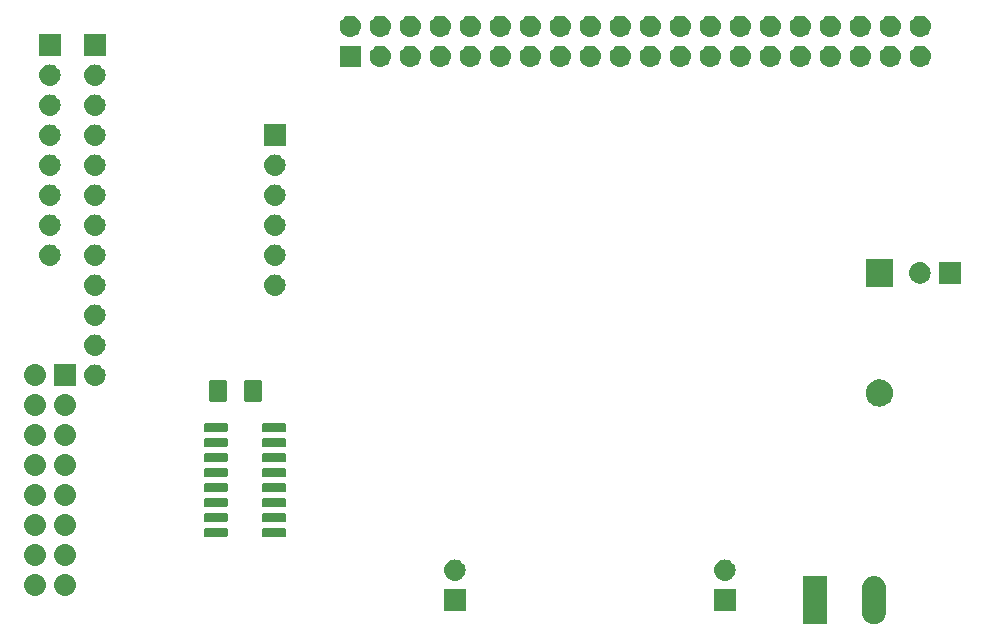
<source format=gbs>
G04 #@! TF.GenerationSoftware,KiCad,Pcbnew,(5.1.2)-2*
G04 #@! TF.CreationDate,2019-09-19T18:24:34+10:00*
G04 #@! TF.ProjectId,PecsRemoteHat.lib,50656373-5265-46d6-9f74-654861742e6c,rev?*
G04 #@! TF.SameCoordinates,Original*
G04 #@! TF.FileFunction,Soldermask,Bot*
G04 #@! TF.FilePolarity,Negative*
%FSLAX46Y46*%
G04 Gerber Fmt 4.6, Leading zero omitted, Abs format (unit mm)*
G04 Created by KiCad (PCBNEW (5.1.2)-2) date 2019-09-19 18:24:34*
%MOMM*%
%LPD*%
G04 APERTURE LIST*
%ADD10C,0.100000*%
G04 APERTURE END LIST*
D10*
G36*
X134744071Y-137684063D02*
G01*
X134940300Y-137743589D01*
X135121146Y-137840253D01*
X135162437Y-137874140D01*
X135279660Y-137970340D01*
X135409748Y-138128855D01*
X135474879Y-138250707D01*
X135506411Y-138309699D01*
X135565937Y-138505928D01*
X135581000Y-138658868D01*
X135581000Y-140741132D01*
X135565937Y-140894072D01*
X135506411Y-141090301D01*
X135506410Y-141090303D01*
X135409748Y-141271145D01*
X135279660Y-141429660D01*
X135121145Y-141559748D01*
X134940303Y-141656410D01*
X134940301Y-141656411D01*
X134744072Y-141715937D01*
X134540000Y-141736036D01*
X134335929Y-141715937D01*
X134139700Y-141656411D01*
X134139698Y-141656410D01*
X133958856Y-141559748D01*
X133800341Y-141429660D01*
X133670253Y-141271145D01*
X133573591Y-141090303D01*
X133573590Y-141090301D01*
X133514064Y-140894072D01*
X133499001Y-140741132D01*
X133499000Y-138658869D01*
X133514063Y-138505929D01*
X133573589Y-138309700D01*
X133670253Y-138128854D01*
X133736638Y-138047963D01*
X133800340Y-137970340D01*
X133958855Y-137840252D01*
X134139697Y-137743590D01*
X134139699Y-137743589D01*
X134335928Y-137684063D01*
X134540000Y-137663964D01*
X134744071Y-137684063D01*
X134744071Y-137684063D01*
G37*
G36*
X130581000Y-141731000D02*
G01*
X128499000Y-141731000D01*
X128499000Y-137669000D01*
X130581000Y-137669000D01*
X130581000Y-141731000D01*
X130581000Y-141731000D01*
G37*
G36*
X122821000Y-140601000D02*
G01*
X121019000Y-140601000D01*
X121019000Y-138799000D01*
X122821000Y-138799000D01*
X122821000Y-140601000D01*
X122821000Y-140601000D01*
G37*
G36*
X99961000Y-140601000D02*
G01*
X98159000Y-140601000D01*
X98159000Y-138799000D01*
X99961000Y-138799000D01*
X99961000Y-140601000D01*
X99961000Y-140601000D01*
G37*
G36*
X63679294Y-137528633D02*
G01*
X63851695Y-137580931D01*
X64010583Y-137665858D01*
X64149849Y-137780151D01*
X64264142Y-137919417D01*
X64349069Y-138078305D01*
X64401367Y-138250706D01*
X64419025Y-138430000D01*
X64401367Y-138609294D01*
X64349069Y-138781695D01*
X64264142Y-138940583D01*
X64149849Y-139079849D01*
X64010583Y-139194142D01*
X63851695Y-139279069D01*
X63679294Y-139331367D01*
X63544931Y-139344600D01*
X63455069Y-139344600D01*
X63320706Y-139331367D01*
X63148305Y-139279069D01*
X62989417Y-139194142D01*
X62850151Y-139079849D01*
X62735858Y-138940583D01*
X62650931Y-138781695D01*
X62598633Y-138609294D01*
X62580975Y-138430000D01*
X62598633Y-138250706D01*
X62650931Y-138078305D01*
X62735858Y-137919417D01*
X62850151Y-137780151D01*
X62989417Y-137665858D01*
X63148305Y-137580931D01*
X63320706Y-137528633D01*
X63455069Y-137515400D01*
X63544931Y-137515400D01*
X63679294Y-137528633D01*
X63679294Y-137528633D01*
G37*
G36*
X66219294Y-137528633D02*
G01*
X66391695Y-137580931D01*
X66550583Y-137665858D01*
X66689849Y-137780151D01*
X66804142Y-137919417D01*
X66889069Y-138078305D01*
X66941367Y-138250706D01*
X66959025Y-138430000D01*
X66941367Y-138609294D01*
X66889069Y-138781695D01*
X66804142Y-138940583D01*
X66689849Y-139079849D01*
X66550583Y-139194142D01*
X66391695Y-139279069D01*
X66219294Y-139331367D01*
X66084931Y-139344600D01*
X65995069Y-139344600D01*
X65860706Y-139331367D01*
X65688305Y-139279069D01*
X65529417Y-139194142D01*
X65390151Y-139079849D01*
X65275858Y-138940583D01*
X65190931Y-138781695D01*
X65138633Y-138609294D01*
X65120975Y-138430000D01*
X65138633Y-138250706D01*
X65190931Y-138078305D01*
X65275858Y-137919417D01*
X65390151Y-137780151D01*
X65529417Y-137665858D01*
X65688305Y-137580931D01*
X65860706Y-137528633D01*
X65995069Y-137515400D01*
X66084931Y-137515400D01*
X66219294Y-137528633D01*
X66219294Y-137528633D01*
G37*
G36*
X99170443Y-136265519D02*
G01*
X99236627Y-136272037D01*
X99406466Y-136323557D01*
X99562991Y-136407222D01*
X99598729Y-136436552D01*
X99700186Y-136519814D01*
X99783448Y-136621271D01*
X99812778Y-136657009D01*
X99896443Y-136813534D01*
X99947963Y-136983373D01*
X99965359Y-137160000D01*
X99947963Y-137336627D01*
X99896443Y-137506466D01*
X99812778Y-137662991D01*
X99783448Y-137698729D01*
X99700186Y-137800186D01*
X99598729Y-137883448D01*
X99562991Y-137912778D01*
X99406466Y-137996443D01*
X99236627Y-138047963D01*
X99170442Y-138054482D01*
X99104260Y-138061000D01*
X99015740Y-138061000D01*
X98949558Y-138054482D01*
X98883373Y-138047963D01*
X98713534Y-137996443D01*
X98557009Y-137912778D01*
X98521271Y-137883448D01*
X98419814Y-137800186D01*
X98336552Y-137698729D01*
X98307222Y-137662991D01*
X98223557Y-137506466D01*
X98172037Y-137336627D01*
X98154641Y-137160000D01*
X98172037Y-136983373D01*
X98223557Y-136813534D01*
X98307222Y-136657009D01*
X98336552Y-136621271D01*
X98419814Y-136519814D01*
X98521271Y-136436552D01*
X98557009Y-136407222D01*
X98713534Y-136323557D01*
X98883373Y-136272037D01*
X98949557Y-136265519D01*
X99015740Y-136259000D01*
X99104260Y-136259000D01*
X99170443Y-136265519D01*
X99170443Y-136265519D01*
G37*
G36*
X122030443Y-136265519D02*
G01*
X122096627Y-136272037D01*
X122266466Y-136323557D01*
X122422991Y-136407222D01*
X122458729Y-136436552D01*
X122560186Y-136519814D01*
X122643448Y-136621271D01*
X122672778Y-136657009D01*
X122756443Y-136813534D01*
X122807963Y-136983373D01*
X122825359Y-137160000D01*
X122807963Y-137336627D01*
X122756443Y-137506466D01*
X122672778Y-137662991D01*
X122643448Y-137698729D01*
X122560186Y-137800186D01*
X122458729Y-137883448D01*
X122422991Y-137912778D01*
X122266466Y-137996443D01*
X122096627Y-138047963D01*
X122030442Y-138054482D01*
X121964260Y-138061000D01*
X121875740Y-138061000D01*
X121809558Y-138054482D01*
X121743373Y-138047963D01*
X121573534Y-137996443D01*
X121417009Y-137912778D01*
X121381271Y-137883448D01*
X121279814Y-137800186D01*
X121196552Y-137698729D01*
X121167222Y-137662991D01*
X121083557Y-137506466D01*
X121032037Y-137336627D01*
X121014641Y-137160000D01*
X121032037Y-136983373D01*
X121083557Y-136813534D01*
X121167222Y-136657009D01*
X121196552Y-136621271D01*
X121279814Y-136519814D01*
X121381271Y-136436552D01*
X121417009Y-136407222D01*
X121573534Y-136323557D01*
X121743373Y-136272037D01*
X121809557Y-136265519D01*
X121875740Y-136259000D01*
X121964260Y-136259000D01*
X122030443Y-136265519D01*
X122030443Y-136265519D01*
G37*
G36*
X63679294Y-134988633D02*
G01*
X63851695Y-135040931D01*
X64010583Y-135125858D01*
X64149849Y-135240151D01*
X64264142Y-135379417D01*
X64349069Y-135538305D01*
X64401367Y-135710706D01*
X64419025Y-135890000D01*
X64401367Y-136069294D01*
X64349069Y-136241695D01*
X64264142Y-136400583D01*
X64149849Y-136539849D01*
X64010583Y-136654142D01*
X63851695Y-136739069D01*
X63679294Y-136791367D01*
X63544931Y-136804600D01*
X63455069Y-136804600D01*
X63320706Y-136791367D01*
X63148305Y-136739069D01*
X62989417Y-136654142D01*
X62850151Y-136539849D01*
X62735858Y-136400583D01*
X62650931Y-136241695D01*
X62598633Y-136069294D01*
X62580975Y-135890000D01*
X62598633Y-135710706D01*
X62650931Y-135538305D01*
X62735858Y-135379417D01*
X62850151Y-135240151D01*
X62989417Y-135125858D01*
X63148305Y-135040931D01*
X63320706Y-134988633D01*
X63455069Y-134975400D01*
X63544931Y-134975400D01*
X63679294Y-134988633D01*
X63679294Y-134988633D01*
G37*
G36*
X66219294Y-134988633D02*
G01*
X66391695Y-135040931D01*
X66550583Y-135125858D01*
X66689849Y-135240151D01*
X66804142Y-135379417D01*
X66889069Y-135538305D01*
X66941367Y-135710706D01*
X66959025Y-135890000D01*
X66941367Y-136069294D01*
X66889069Y-136241695D01*
X66804142Y-136400583D01*
X66689849Y-136539849D01*
X66550583Y-136654142D01*
X66391695Y-136739069D01*
X66219294Y-136791367D01*
X66084931Y-136804600D01*
X65995069Y-136804600D01*
X65860706Y-136791367D01*
X65688305Y-136739069D01*
X65529417Y-136654142D01*
X65390151Y-136539849D01*
X65275858Y-136400583D01*
X65190931Y-136241695D01*
X65138633Y-136069294D01*
X65120975Y-135890000D01*
X65138633Y-135710706D01*
X65190931Y-135538305D01*
X65275858Y-135379417D01*
X65390151Y-135240151D01*
X65529417Y-135125858D01*
X65688305Y-135040931D01*
X65860706Y-134988633D01*
X65995069Y-134975400D01*
X66084931Y-134975400D01*
X66219294Y-134988633D01*
X66219294Y-134988633D01*
G37*
G36*
X79739928Y-133636764D02*
G01*
X79761009Y-133643160D01*
X79780445Y-133653548D01*
X79797476Y-133667524D01*
X79811452Y-133684555D01*
X79821840Y-133703991D01*
X79828236Y-133725072D01*
X79831000Y-133753140D01*
X79831000Y-134216860D01*
X79828236Y-134244928D01*
X79821840Y-134266009D01*
X79811452Y-134285445D01*
X79797476Y-134302476D01*
X79780445Y-134316452D01*
X79761009Y-134326840D01*
X79739928Y-134333236D01*
X79711860Y-134336000D01*
X77898140Y-134336000D01*
X77870072Y-134333236D01*
X77848991Y-134326840D01*
X77829555Y-134316452D01*
X77812524Y-134302476D01*
X77798548Y-134285445D01*
X77788160Y-134266009D01*
X77781764Y-134244928D01*
X77779000Y-134216860D01*
X77779000Y-133753140D01*
X77781764Y-133725072D01*
X77788160Y-133703991D01*
X77798548Y-133684555D01*
X77812524Y-133667524D01*
X77829555Y-133653548D01*
X77848991Y-133643160D01*
X77870072Y-133636764D01*
X77898140Y-133634000D01*
X79711860Y-133634000D01*
X79739928Y-133636764D01*
X79739928Y-133636764D01*
G37*
G36*
X84689928Y-133636764D02*
G01*
X84711009Y-133643160D01*
X84730445Y-133653548D01*
X84747476Y-133667524D01*
X84761452Y-133684555D01*
X84771840Y-133703991D01*
X84778236Y-133725072D01*
X84781000Y-133753140D01*
X84781000Y-134216860D01*
X84778236Y-134244928D01*
X84771840Y-134266009D01*
X84761452Y-134285445D01*
X84747476Y-134302476D01*
X84730445Y-134316452D01*
X84711009Y-134326840D01*
X84689928Y-134333236D01*
X84661860Y-134336000D01*
X82848140Y-134336000D01*
X82820072Y-134333236D01*
X82798991Y-134326840D01*
X82779555Y-134316452D01*
X82762524Y-134302476D01*
X82748548Y-134285445D01*
X82738160Y-134266009D01*
X82731764Y-134244928D01*
X82729000Y-134216860D01*
X82729000Y-133753140D01*
X82731764Y-133725072D01*
X82738160Y-133703991D01*
X82748548Y-133684555D01*
X82762524Y-133667524D01*
X82779555Y-133653548D01*
X82798991Y-133643160D01*
X82820072Y-133636764D01*
X82848140Y-133634000D01*
X84661860Y-133634000D01*
X84689928Y-133636764D01*
X84689928Y-133636764D01*
G37*
G36*
X63679294Y-132448633D02*
G01*
X63851695Y-132500931D01*
X64010583Y-132585858D01*
X64149849Y-132700151D01*
X64264142Y-132839417D01*
X64349069Y-132998305D01*
X64401367Y-133170706D01*
X64419025Y-133350000D01*
X64401367Y-133529294D01*
X64349069Y-133701695D01*
X64264142Y-133860583D01*
X64149849Y-133999849D01*
X64010583Y-134114142D01*
X63851695Y-134199069D01*
X63679294Y-134251367D01*
X63544931Y-134264600D01*
X63455069Y-134264600D01*
X63320706Y-134251367D01*
X63148305Y-134199069D01*
X62989417Y-134114142D01*
X62850151Y-133999849D01*
X62735858Y-133860583D01*
X62650931Y-133701695D01*
X62598633Y-133529294D01*
X62580975Y-133350000D01*
X62598633Y-133170706D01*
X62650931Y-132998305D01*
X62735858Y-132839417D01*
X62850151Y-132700151D01*
X62989417Y-132585858D01*
X63148305Y-132500931D01*
X63320706Y-132448633D01*
X63455069Y-132435400D01*
X63544931Y-132435400D01*
X63679294Y-132448633D01*
X63679294Y-132448633D01*
G37*
G36*
X66219294Y-132448633D02*
G01*
X66391695Y-132500931D01*
X66550583Y-132585858D01*
X66689849Y-132700151D01*
X66804142Y-132839417D01*
X66889069Y-132998305D01*
X66941367Y-133170706D01*
X66959025Y-133350000D01*
X66941367Y-133529294D01*
X66889069Y-133701695D01*
X66804142Y-133860583D01*
X66689849Y-133999849D01*
X66550583Y-134114142D01*
X66391695Y-134199069D01*
X66219294Y-134251367D01*
X66084931Y-134264600D01*
X65995069Y-134264600D01*
X65860706Y-134251367D01*
X65688305Y-134199069D01*
X65529417Y-134114142D01*
X65390151Y-133999849D01*
X65275858Y-133860583D01*
X65190931Y-133701695D01*
X65138633Y-133529294D01*
X65120975Y-133350000D01*
X65138633Y-133170706D01*
X65190931Y-132998305D01*
X65275858Y-132839417D01*
X65390151Y-132700151D01*
X65529417Y-132585858D01*
X65688305Y-132500931D01*
X65860706Y-132448633D01*
X65995069Y-132435400D01*
X66084931Y-132435400D01*
X66219294Y-132448633D01*
X66219294Y-132448633D01*
G37*
G36*
X84689928Y-132366764D02*
G01*
X84711009Y-132373160D01*
X84730445Y-132383548D01*
X84747476Y-132397524D01*
X84761452Y-132414555D01*
X84771840Y-132433991D01*
X84778236Y-132455072D01*
X84781000Y-132483140D01*
X84781000Y-132946860D01*
X84778236Y-132974928D01*
X84771840Y-132996009D01*
X84761452Y-133015445D01*
X84747476Y-133032476D01*
X84730445Y-133046452D01*
X84711009Y-133056840D01*
X84689928Y-133063236D01*
X84661860Y-133066000D01*
X82848140Y-133066000D01*
X82820072Y-133063236D01*
X82798991Y-133056840D01*
X82779555Y-133046452D01*
X82762524Y-133032476D01*
X82748548Y-133015445D01*
X82738160Y-132996009D01*
X82731764Y-132974928D01*
X82729000Y-132946860D01*
X82729000Y-132483140D01*
X82731764Y-132455072D01*
X82738160Y-132433991D01*
X82748548Y-132414555D01*
X82762524Y-132397524D01*
X82779555Y-132383548D01*
X82798991Y-132373160D01*
X82820072Y-132366764D01*
X82848140Y-132364000D01*
X84661860Y-132364000D01*
X84689928Y-132366764D01*
X84689928Y-132366764D01*
G37*
G36*
X79739928Y-132366764D02*
G01*
X79761009Y-132373160D01*
X79780445Y-132383548D01*
X79797476Y-132397524D01*
X79811452Y-132414555D01*
X79821840Y-132433991D01*
X79828236Y-132455072D01*
X79831000Y-132483140D01*
X79831000Y-132946860D01*
X79828236Y-132974928D01*
X79821840Y-132996009D01*
X79811452Y-133015445D01*
X79797476Y-133032476D01*
X79780445Y-133046452D01*
X79761009Y-133056840D01*
X79739928Y-133063236D01*
X79711860Y-133066000D01*
X77898140Y-133066000D01*
X77870072Y-133063236D01*
X77848991Y-133056840D01*
X77829555Y-133046452D01*
X77812524Y-133032476D01*
X77798548Y-133015445D01*
X77788160Y-132996009D01*
X77781764Y-132974928D01*
X77779000Y-132946860D01*
X77779000Y-132483140D01*
X77781764Y-132455072D01*
X77788160Y-132433991D01*
X77798548Y-132414555D01*
X77812524Y-132397524D01*
X77829555Y-132383548D01*
X77848991Y-132373160D01*
X77870072Y-132366764D01*
X77898140Y-132364000D01*
X79711860Y-132364000D01*
X79739928Y-132366764D01*
X79739928Y-132366764D01*
G37*
G36*
X84689928Y-131096764D02*
G01*
X84711009Y-131103160D01*
X84730445Y-131113548D01*
X84747476Y-131127524D01*
X84761452Y-131144555D01*
X84771840Y-131163991D01*
X84778236Y-131185072D01*
X84781000Y-131213140D01*
X84781000Y-131676860D01*
X84778236Y-131704928D01*
X84771840Y-131726009D01*
X84761452Y-131745445D01*
X84747476Y-131762476D01*
X84730445Y-131776452D01*
X84711009Y-131786840D01*
X84689928Y-131793236D01*
X84661860Y-131796000D01*
X82848140Y-131796000D01*
X82820072Y-131793236D01*
X82798991Y-131786840D01*
X82779555Y-131776452D01*
X82762524Y-131762476D01*
X82748548Y-131745445D01*
X82738160Y-131726009D01*
X82731764Y-131704928D01*
X82729000Y-131676860D01*
X82729000Y-131213140D01*
X82731764Y-131185072D01*
X82738160Y-131163991D01*
X82748548Y-131144555D01*
X82762524Y-131127524D01*
X82779555Y-131113548D01*
X82798991Y-131103160D01*
X82820072Y-131096764D01*
X82848140Y-131094000D01*
X84661860Y-131094000D01*
X84689928Y-131096764D01*
X84689928Y-131096764D01*
G37*
G36*
X79739928Y-131096764D02*
G01*
X79761009Y-131103160D01*
X79780445Y-131113548D01*
X79797476Y-131127524D01*
X79811452Y-131144555D01*
X79821840Y-131163991D01*
X79828236Y-131185072D01*
X79831000Y-131213140D01*
X79831000Y-131676860D01*
X79828236Y-131704928D01*
X79821840Y-131726009D01*
X79811452Y-131745445D01*
X79797476Y-131762476D01*
X79780445Y-131776452D01*
X79761009Y-131786840D01*
X79739928Y-131793236D01*
X79711860Y-131796000D01*
X77898140Y-131796000D01*
X77870072Y-131793236D01*
X77848991Y-131786840D01*
X77829555Y-131776452D01*
X77812524Y-131762476D01*
X77798548Y-131745445D01*
X77788160Y-131726009D01*
X77781764Y-131704928D01*
X77779000Y-131676860D01*
X77779000Y-131213140D01*
X77781764Y-131185072D01*
X77788160Y-131163991D01*
X77798548Y-131144555D01*
X77812524Y-131127524D01*
X77829555Y-131113548D01*
X77848991Y-131103160D01*
X77870072Y-131096764D01*
X77898140Y-131094000D01*
X79711860Y-131094000D01*
X79739928Y-131096764D01*
X79739928Y-131096764D01*
G37*
G36*
X63679294Y-129908633D02*
G01*
X63851695Y-129960931D01*
X64010583Y-130045858D01*
X64149849Y-130160151D01*
X64264142Y-130299417D01*
X64349069Y-130458305D01*
X64401367Y-130630706D01*
X64419025Y-130810000D01*
X64401367Y-130989294D01*
X64349069Y-131161695D01*
X64264142Y-131320583D01*
X64149849Y-131459849D01*
X64010583Y-131574142D01*
X63851695Y-131659069D01*
X63679294Y-131711367D01*
X63544931Y-131724600D01*
X63455069Y-131724600D01*
X63320706Y-131711367D01*
X63148305Y-131659069D01*
X62989417Y-131574142D01*
X62850151Y-131459849D01*
X62735858Y-131320583D01*
X62650931Y-131161695D01*
X62598633Y-130989294D01*
X62580975Y-130810000D01*
X62598633Y-130630706D01*
X62650931Y-130458305D01*
X62735858Y-130299417D01*
X62850151Y-130160151D01*
X62989417Y-130045858D01*
X63148305Y-129960931D01*
X63320706Y-129908633D01*
X63455069Y-129895400D01*
X63544931Y-129895400D01*
X63679294Y-129908633D01*
X63679294Y-129908633D01*
G37*
G36*
X66219294Y-129908633D02*
G01*
X66391695Y-129960931D01*
X66550583Y-130045858D01*
X66689849Y-130160151D01*
X66804142Y-130299417D01*
X66889069Y-130458305D01*
X66941367Y-130630706D01*
X66959025Y-130810000D01*
X66941367Y-130989294D01*
X66889069Y-131161695D01*
X66804142Y-131320583D01*
X66689849Y-131459849D01*
X66550583Y-131574142D01*
X66391695Y-131659069D01*
X66219294Y-131711367D01*
X66084931Y-131724600D01*
X65995069Y-131724600D01*
X65860706Y-131711367D01*
X65688305Y-131659069D01*
X65529417Y-131574142D01*
X65390151Y-131459849D01*
X65275858Y-131320583D01*
X65190931Y-131161695D01*
X65138633Y-130989294D01*
X65120975Y-130810000D01*
X65138633Y-130630706D01*
X65190931Y-130458305D01*
X65275858Y-130299417D01*
X65390151Y-130160151D01*
X65529417Y-130045858D01*
X65688305Y-129960931D01*
X65860706Y-129908633D01*
X65995069Y-129895400D01*
X66084931Y-129895400D01*
X66219294Y-129908633D01*
X66219294Y-129908633D01*
G37*
G36*
X84689928Y-129826764D02*
G01*
X84711009Y-129833160D01*
X84730445Y-129843548D01*
X84747476Y-129857524D01*
X84761452Y-129874555D01*
X84771840Y-129893991D01*
X84778236Y-129915072D01*
X84781000Y-129943140D01*
X84781000Y-130406860D01*
X84778236Y-130434928D01*
X84771840Y-130456009D01*
X84761452Y-130475445D01*
X84747476Y-130492476D01*
X84730445Y-130506452D01*
X84711009Y-130516840D01*
X84689928Y-130523236D01*
X84661860Y-130526000D01*
X82848140Y-130526000D01*
X82820072Y-130523236D01*
X82798991Y-130516840D01*
X82779555Y-130506452D01*
X82762524Y-130492476D01*
X82748548Y-130475445D01*
X82738160Y-130456009D01*
X82731764Y-130434928D01*
X82729000Y-130406860D01*
X82729000Y-129943140D01*
X82731764Y-129915072D01*
X82738160Y-129893991D01*
X82748548Y-129874555D01*
X82762524Y-129857524D01*
X82779555Y-129843548D01*
X82798991Y-129833160D01*
X82820072Y-129826764D01*
X82848140Y-129824000D01*
X84661860Y-129824000D01*
X84689928Y-129826764D01*
X84689928Y-129826764D01*
G37*
G36*
X79739928Y-129826764D02*
G01*
X79761009Y-129833160D01*
X79780445Y-129843548D01*
X79797476Y-129857524D01*
X79811452Y-129874555D01*
X79821840Y-129893991D01*
X79828236Y-129915072D01*
X79831000Y-129943140D01*
X79831000Y-130406860D01*
X79828236Y-130434928D01*
X79821840Y-130456009D01*
X79811452Y-130475445D01*
X79797476Y-130492476D01*
X79780445Y-130506452D01*
X79761009Y-130516840D01*
X79739928Y-130523236D01*
X79711860Y-130526000D01*
X77898140Y-130526000D01*
X77870072Y-130523236D01*
X77848991Y-130516840D01*
X77829555Y-130506452D01*
X77812524Y-130492476D01*
X77798548Y-130475445D01*
X77788160Y-130456009D01*
X77781764Y-130434928D01*
X77779000Y-130406860D01*
X77779000Y-129943140D01*
X77781764Y-129915072D01*
X77788160Y-129893991D01*
X77798548Y-129874555D01*
X77812524Y-129857524D01*
X77829555Y-129843548D01*
X77848991Y-129833160D01*
X77870072Y-129826764D01*
X77898140Y-129824000D01*
X79711860Y-129824000D01*
X79739928Y-129826764D01*
X79739928Y-129826764D01*
G37*
G36*
X79739928Y-128556764D02*
G01*
X79761009Y-128563160D01*
X79780445Y-128573548D01*
X79797476Y-128587524D01*
X79811452Y-128604555D01*
X79821840Y-128623991D01*
X79828236Y-128645072D01*
X79831000Y-128673140D01*
X79831000Y-129136860D01*
X79828236Y-129164928D01*
X79821840Y-129186009D01*
X79811452Y-129205445D01*
X79797476Y-129222476D01*
X79780445Y-129236452D01*
X79761009Y-129246840D01*
X79739928Y-129253236D01*
X79711860Y-129256000D01*
X77898140Y-129256000D01*
X77870072Y-129253236D01*
X77848991Y-129246840D01*
X77829555Y-129236452D01*
X77812524Y-129222476D01*
X77798548Y-129205445D01*
X77788160Y-129186009D01*
X77781764Y-129164928D01*
X77779000Y-129136860D01*
X77779000Y-128673140D01*
X77781764Y-128645072D01*
X77788160Y-128623991D01*
X77798548Y-128604555D01*
X77812524Y-128587524D01*
X77829555Y-128573548D01*
X77848991Y-128563160D01*
X77870072Y-128556764D01*
X77898140Y-128554000D01*
X79711860Y-128554000D01*
X79739928Y-128556764D01*
X79739928Y-128556764D01*
G37*
G36*
X84689928Y-128556764D02*
G01*
X84711009Y-128563160D01*
X84730445Y-128573548D01*
X84747476Y-128587524D01*
X84761452Y-128604555D01*
X84771840Y-128623991D01*
X84778236Y-128645072D01*
X84781000Y-128673140D01*
X84781000Y-129136860D01*
X84778236Y-129164928D01*
X84771840Y-129186009D01*
X84761452Y-129205445D01*
X84747476Y-129222476D01*
X84730445Y-129236452D01*
X84711009Y-129246840D01*
X84689928Y-129253236D01*
X84661860Y-129256000D01*
X82848140Y-129256000D01*
X82820072Y-129253236D01*
X82798991Y-129246840D01*
X82779555Y-129236452D01*
X82762524Y-129222476D01*
X82748548Y-129205445D01*
X82738160Y-129186009D01*
X82731764Y-129164928D01*
X82729000Y-129136860D01*
X82729000Y-128673140D01*
X82731764Y-128645072D01*
X82738160Y-128623991D01*
X82748548Y-128604555D01*
X82762524Y-128587524D01*
X82779555Y-128573548D01*
X82798991Y-128563160D01*
X82820072Y-128556764D01*
X82848140Y-128554000D01*
X84661860Y-128554000D01*
X84689928Y-128556764D01*
X84689928Y-128556764D01*
G37*
G36*
X63679294Y-127368633D02*
G01*
X63851695Y-127420931D01*
X64010583Y-127505858D01*
X64149849Y-127620151D01*
X64264142Y-127759417D01*
X64349069Y-127918305D01*
X64401367Y-128090706D01*
X64419025Y-128270000D01*
X64401367Y-128449294D01*
X64349069Y-128621695D01*
X64264142Y-128780583D01*
X64149849Y-128919849D01*
X64010583Y-129034142D01*
X63851695Y-129119069D01*
X63679294Y-129171367D01*
X63544931Y-129184600D01*
X63455069Y-129184600D01*
X63320706Y-129171367D01*
X63148305Y-129119069D01*
X62989417Y-129034142D01*
X62850151Y-128919849D01*
X62735858Y-128780583D01*
X62650931Y-128621695D01*
X62598633Y-128449294D01*
X62580975Y-128270000D01*
X62598633Y-128090706D01*
X62650931Y-127918305D01*
X62735858Y-127759417D01*
X62850151Y-127620151D01*
X62989417Y-127505858D01*
X63148305Y-127420931D01*
X63320706Y-127368633D01*
X63455069Y-127355400D01*
X63544931Y-127355400D01*
X63679294Y-127368633D01*
X63679294Y-127368633D01*
G37*
G36*
X66219294Y-127368633D02*
G01*
X66391695Y-127420931D01*
X66550583Y-127505858D01*
X66689849Y-127620151D01*
X66804142Y-127759417D01*
X66889069Y-127918305D01*
X66941367Y-128090706D01*
X66959025Y-128270000D01*
X66941367Y-128449294D01*
X66889069Y-128621695D01*
X66804142Y-128780583D01*
X66689849Y-128919849D01*
X66550583Y-129034142D01*
X66391695Y-129119069D01*
X66219294Y-129171367D01*
X66084931Y-129184600D01*
X65995069Y-129184600D01*
X65860706Y-129171367D01*
X65688305Y-129119069D01*
X65529417Y-129034142D01*
X65390151Y-128919849D01*
X65275858Y-128780583D01*
X65190931Y-128621695D01*
X65138633Y-128449294D01*
X65120975Y-128270000D01*
X65138633Y-128090706D01*
X65190931Y-127918305D01*
X65275858Y-127759417D01*
X65390151Y-127620151D01*
X65529417Y-127505858D01*
X65688305Y-127420931D01*
X65860706Y-127368633D01*
X65995069Y-127355400D01*
X66084931Y-127355400D01*
X66219294Y-127368633D01*
X66219294Y-127368633D01*
G37*
G36*
X79739928Y-127286764D02*
G01*
X79761009Y-127293160D01*
X79780445Y-127303548D01*
X79797476Y-127317524D01*
X79811452Y-127334555D01*
X79821840Y-127353991D01*
X79828236Y-127375072D01*
X79831000Y-127403140D01*
X79831000Y-127866860D01*
X79828236Y-127894928D01*
X79821840Y-127916009D01*
X79811452Y-127935445D01*
X79797476Y-127952476D01*
X79780445Y-127966452D01*
X79761009Y-127976840D01*
X79739928Y-127983236D01*
X79711860Y-127986000D01*
X77898140Y-127986000D01*
X77870072Y-127983236D01*
X77848991Y-127976840D01*
X77829555Y-127966452D01*
X77812524Y-127952476D01*
X77798548Y-127935445D01*
X77788160Y-127916009D01*
X77781764Y-127894928D01*
X77779000Y-127866860D01*
X77779000Y-127403140D01*
X77781764Y-127375072D01*
X77788160Y-127353991D01*
X77798548Y-127334555D01*
X77812524Y-127317524D01*
X77829555Y-127303548D01*
X77848991Y-127293160D01*
X77870072Y-127286764D01*
X77898140Y-127284000D01*
X79711860Y-127284000D01*
X79739928Y-127286764D01*
X79739928Y-127286764D01*
G37*
G36*
X84689928Y-127286764D02*
G01*
X84711009Y-127293160D01*
X84730445Y-127303548D01*
X84747476Y-127317524D01*
X84761452Y-127334555D01*
X84771840Y-127353991D01*
X84778236Y-127375072D01*
X84781000Y-127403140D01*
X84781000Y-127866860D01*
X84778236Y-127894928D01*
X84771840Y-127916009D01*
X84761452Y-127935445D01*
X84747476Y-127952476D01*
X84730445Y-127966452D01*
X84711009Y-127976840D01*
X84689928Y-127983236D01*
X84661860Y-127986000D01*
X82848140Y-127986000D01*
X82820072Y-127983236D01*
X82798991Y-127976840D01*
X82779555Y-127966452D01*
X82762524Y-127952476D01*
X82748548Y-127935445D01*
X82738160Y-127916009D01*
X82731764Y-127894928D01*
X82729000Y-127866860D01*
X82729000Y-127403140D01*
X82731764Y-127375072D01*
X82738160Y-127353991D01*
X82748548Y-127334555D01*
X82762524Y-127317524D01*
X82779555Y-127303548D01*
X82798991Y-127293160D01*
X82820072Y-127286764D01*
X82848140Y-127284000D01*
X84661860Y-127284000D01*
X84689928Y-127286764D01*
X84689928Y-127286764D01*
G37*
G36*
X84689928Y-126016764D02*
G01*
X84711009Y-126023160D01*
X84730445Y-126033548D01*
X84747476Y-126047524D01*
X84761452Y-126064555D01*
X84771840Y-126083991D01*
X84778236Y-126105072D01*
X84781000Y-126133140D01*
X84781000Y-126596860D01*
X84778236Y-126624928D01*
X84771840Y-126646009D01*
X84761452Y-126665445D01*
X84747476Y-126682476D01*
X84730445Y-126696452D01*
X84711009Y-126706840D01*
X84689928Y-126713236D01*
X84661860Y-126716000D01*
X82848140Y-126716000D01*
X82820072Y-126713236D01*
X82798991Y-126706840D01*
X82779555Y-126696452D01*
X82762524Y-126682476D01*
X82748548Y-126665445D01*
X82738160Y-126646009D01*
X82731764Y-126624928D01*
X82729000Y-126596860D01*
X82729000Y-126133140D01*
X82731764Y-126105072D01*
X82738160Y-126083991D01*
X82748548Y-126064555D01*
X82762524Y-126047524D01*
X82779555Y-126033548D01*
X82798991Y-126023160D01*
X82820072Y-126016764D01*
X82848140Y-126014000D01*
X84661860Y-126014000D01*
X84689928Y-126016764D01*
X84689928Y-126016764D01*
G37*
G36*
X79739928Y-126016764D02*
G01*
X79761009Y-126023160D01*
X79780445Y-126033548D01*
X79797476Y-126047524D01*
X79811452Y-126064555D01*
X79821840Y-126083991D01*
X79828236Y-126105072D01*
X79831000Y-126133140D01*
X79831000Y-126596860D01*
X79828236Y-126624928D01*
X79821840Y-126646009D01*
X79811452Y-126665445D01*
X79797476Y-126682476D01*
X79780445Y-126696452D01*
X79761009Y-126706840D01*
X79739928Y-126713236D01*
X79711860Y-126716000D01*
X77898140Y-126716000D01*
X77870072Y-126713236D01*
X77848991Y-126706840D01*
X77829555Y-126696452D01*
X77812524Y-126682476D01*
X77798548Y-126665445D01*
X77788160Y-126646009D01*
X77781764Y-126624928D01*
X77779000Y-126596860D01*
X77779000Y-126133140D01*
X77781764Y-126105072D01*
X77788160Y-126083991D01*
X77798548Y-126064555D01*
X77812524Y-126047524D01*
X77829555Y-126033548D01*
X77848991Y-126023160D01*
X77870072Y-126016764D01*
X77898140Y-126014000D01*
X79711860Y-126014000D01*
X79739928Y-126016764D01*
X79739928Y-126016764D01*
G37*
G36*
X66219294Y-124828633D02*
G01*
X66391695Y-124880931D01*
X66550583Y-124965858D01*
X66689849Y-125080151D01*
X66804142Y-125219417D01*
X66889069Y-125378305D01*
X66941367Y-125550706D01*
X66959025Y-125730000D01*
X66941367Y-125909294D01*
X66889069Y-126081695D01*
X66804142Y-126240583D01*
X66689849Y-126379849D01*
X66550583Y-126494142D01*
X66391695Y-126579069D01*
X66219294Y-126631367D01*
X66084931Y-126644600D01*
X65995069Y-126644600D01*
X65860706Y-126631367D01*
X65688305Y-126579069D01*
X65529417Y-126494142D01*
X65390151Y-126379849D01*
X65275858Y-126240583D01*
X65190931Y-126081695D01*
X65138633Y-125909294D01*
X65120975Y-125730000D01*
X65138633Y-125550706D01*
X65190931Y-125378305D01*
X65275858Y-125219417D01*
X65390151Y-125080151D01*
X65529417Y-124965858D01*
X65688305Y-124880931D01*
X65860706Y-124828633D01*
X65995069Y-124815400D01*
X66084931Y-124815400D01*
X66219294Y-124828633D01*
X66219294Y-124828633D01*
G37*
G36*
X63679294Y-124828633D02*
G01*
X63851695Y-124880931D01*
X64010583Y-124965858D01*
X64149849Y-125080151D01*
X64264142Y-125219417D01*
X64349069Y-125378305D01*
X64401367Y-125550706D01*
X64419025Y-125730000D01*
X64401367Y-125909294D01*
X64349069Y-126081695D01*
X64264142Y-126240583D01*
X64149849Y-126379849D01*
X64010583Y-126494142D01*
X63851695Y-126579069D01*
X63679294Y-126631367D01*
X63544931Y-126644600D01*
X63455069Y-126644600D01*
X63320706Y-126631367D01*
X63148305Y-126579069D01*
X62989417Y-126494142D01*
X62850151Y-126379849D01*
X62735858Y-126240583D01*
X62650931Y-126081695D01*
X62598633Y-125909294D01*
X62580975Y-125730000D01*
X62598633Y-125550706D01*
X62650931Y-125378305D01*
X62735858Y-125219417D01*
X62850151Y-125080151D01*
X62989417Y-124965858D01*
X63148305Y-124880931D01*
X63320706Y-124828633D01*
X63455069Y-124815400D01*
X63544931Y-124815400D01*
X63679294Y-124828633D01*
X63679294Y-124828633D01*
G37*
G36*
X79739928Y-124746764D02*
G01*
X79761009Y-124753160D01*
X79780445Y-124763548D01*
X79797476Y-124777524D01*
X79811452Y-124794555D01*
X79821840Y-124813991D01*
X79828236Y-124835072D01*
X79831000Y-124863140D01*
X79831000Y-125326860D01*
X79828236Y-125354928D01*
X79821840Y-125376009D01*
X79811452Y-125395445D01*
X79797476Y-125412476D01*
X79780445Y-125426452D01*
X79761009Y-125436840D01*
X79739928Y-125443236D01*
X79711860Y-125446000D01*
X77898140Y-125446000D01*
X77870072Y-125443236D01*
X77848991Y-125436840D01*
X77829555Y-125426452D01*
X77812524Y-125412476D01*
X77798548Y-125395445D01*
X77788160Y-125376009D01*
X77781764Y-125354928D01*
X77779000Y-125326860D01*
X77779000Y-124863140D01*
X77781764Y-124835072D01*
X77788160Y-124813991D01*
X77798548Y-124794555D01*
X77812524Y-124777524D01*
X77829555Y-124763548D01*
X77848991Y-124753160D01*
X77870072Y-124746764D01*
X77898140Y-124744000D01*
X79711860Y-124744000D01*
X79739928Y-124746764D01*
X79739928Y-124746764D01*
G37*
G36*
X84689928Y-124746764D02*
G01*
X84711009Y-124753160D01*
X84730445Y-124763548D01*
X84747476Y-124777524D01*
X84761452Y-124794555D01*
X84771840Y-124813991D01*
X84778236Y-124835072D01*
X84781000Y-124863140D01*
X84781000Y-125326860D01*
X84778236Y-125354928D01*
X84771840Y-125376009D01*
X84761452Y-125395445D01*
X84747476Y-125412476D01*
X84730445Y-125426452D01*
X84711009Y-125436840D01*
X84689928Y-125443236D01*
X84661860Y-125446000D01*
X82848140Y-125446000D01*
X82820072Y-125443236D01*
X82798991Y-125436840D01*
X82779555Y-125426452D01*
X82762524Y-125412476D01*
X82748548Y-125395445D01*
X82738160Y-125376009D01*
X82731764Y-125354928D01*
X82729000Y-125326860D01*
X82729000Y-124863140D01*
X82731764Y-124835072D01*
X82738160Y-124813991D01*
X82748548Y-124794555D01*
X82762524Y-124777524D01*
X82779555Y-124763548D01*
X82798991Y-124753160D01*
X82820072Y-124746764D01*
X82848140Y-124744000D01*
X84661860Y-124744000D01*
X84689928Y-124746764D01*
X84689928Y-124746764D01*
G37*
G36*
X63679294Y-122288633D02*
G01*
X63851695Y-122340931D01*
X64010583Y-122425858D01*
X64149849Y-122540151D01*
X64264142Y-122679417D01*
X64349069Y-122838305D01*
X64401367Y-123010706D01*
X64419025Y-123190000D01*
X64401367Y-123369294D01*
X64349069Y-123541695D01*
X64264142Y-123700583D01*
X64149849Y-123839849D01*
X64010583Y-123954142D01*
X63851695Y-124039069D01*
X63679294Y-124091367D01*
X63544931Y-124104600D01*
X63455069Y-124104600D01*
X63320706Y-124091367D01*
X63148305Y-124039069D01*
X62989417Y-123954142D01*
X62850151Y-123839849D01*
X62735858Y-123700583D01*
X62650931Y-123541695D01*
X62598633Y-123369294D01*
X62580975Y-123190000D01*
X62598633Y-123010706D01*
X62650931Y-122838305D01*
X62735858Y-122679417D01*
X62850151Y-122540151D01*
X62989417Y-122425858D01*
X63148305Y-122340931D01*
X63320706Y-122288633D01*
X63455069Y-122275400D01*
X63544931Y-122275400D01*
X63679294Y-122288633D01*
X63679294Y-122288633D01*
G37*
G36*
X66219294Y-122288633D02*
G01*
X66391695Y-122340931D01*
X66550583Y-122425858D01*
X66689849Y-122540151D01*
X66804142Y-122679417D01*
X66889069Y-122838305D01*
X66941367Y-123010706D01*
X66959025Y-123190000D01*
X66941367Y-123369294D01*
X66889069Y-123541695D01*
X66804142Y-123700583D01*
X66689849Y-123839849D01*
X66550583Y-123954142D01*
X66391695Y-124039069D01*
X66219294Y-124091367D01*
X66084931Y-124104600D01*
X65995069Y-124104600D01*
X65860706Y-124091367D01*
X65688305Y-124039069D01*
X65529417Y-123954142D01*
X65390151Y-123839849D01*
X65275858Y-123700583D01*
X65190931Y-123541695D01*
X65138633Y-123369294D01*
X65120975Y-123190000D01*
X65138633Y-123010706D01*
X65190931Y-122838305D01*
X65275858Y-122679417D01*
X65390151Y-122540151D01*
X65529417Y-122425858D01*
X65688305Y-122340931D01*
X65860706Y-122288633D01*
X65995069Y-122275400D01*
X66084931Y-122275400D01*
X66219294Y-122288633D01*
X66219294Y-122288633D01*
G37*
G36*
X135169271Y-121020103D02*
G01*
X135225635Y-121025654D01*
X135442600Y-121091470D01*
X135442602Y-121091471D01*
X135642555Y-121198347D01*
X135817818Y-121342182D01*
X135961653Y-121517445D01*
X136068529Y-121717398D01*
X136068530Y-121717400D01*
X136134346Y-121934365D01*
X136156569Y-122160000D01*
X136134346Y-122385635D01*
X136087474Y-122540151D01*
X136068529Y-122602602D01*
X135961653Y-122802555D01*
X135817818Y-122977818D01*
X135642555Y-123121653D01*
X135514685Y-123190000D01*
X135442600Y-123228530D01*
X135225635Y-123294346D01*
X135169271Y-123299897D01*
X135056545Y-123311000D01*
X134943455Y-123311000D01*
X134830729Y-123299897D01*
X134774365Y-123294346D01*
X134557400Y-123228530D01*
X134485315Y-123190000D01*
X134357445Y-123121653D01*
X134182182Y-122977818D01*
X134038347Y-122802555D01*
X133931471Y-122602602D01*
X133912527Y-122540151D01*
X133865654Y-122385635D01*
X133843431Y-122160000D01*
X133865654Y-121934365D01*
X133931470Y-121717400D01*
X133931471Y-121717398D01*
X134038347Y-121517445D01*
X134182182Y-121342182D01*
X134357445Y-121198347D01*
X134557398Y-121091471D01*
X134557400Y-121091470D01*
X134774365Y-121025654D01*
X134830729Y-121020103D01*
X134943455Y-121009000D01*
X135056545Y-121009000D01*
X135169271Y-121020103D01*
X135169271Y-121020103D01*
G37*
G36*
X82588062Y-121078181D02*
G01*
X82622981Y-121088774D01*
X82655163Y-121105976D01*
X82683373Y-121129127D01*
X82706524Y-121157337D01*
X82723726Y-121189519D01*
X82734319Y-121224438D01*
X82738500Y-121266895D01*
X82738500Y-122733105D01*
X82734319Y-122775562D01*
X82723726Y-122810481D01*
X82706524Y-122842663D01*
X82683373Y-122870873D01*
X82655163Y-122894024D01*
X82622981Y-122911226D01*
X82588062Y-122921819D01*
X82545605Y-122926000D01*
X81404395Y-122926000D01*
X81361938Y-122921819D01*
X81327019Y-122911226D01*
X81294837Y-122894024D01*
X81266627Y-122870873D01*
X81243476Y-122842663D01*
X81226274Y-122810481D01*
X81215681Y-122775562D01*
X81211500Y-122733105D01*
X81211500Y-121266895D01*
X81215681Y-121224438D01*
X81226274Y-121189519D01*
X81243476Y-121157337D01*
X81266627Y-121129127D01*
X81294837Y-121105976D01*
X81327019Y-121088774D01*
X81361938Y-121078181D01*
X81404395Y-121074000D01*
X82545605Y-121074000D01*
X82588062Y-121078181D01*
X82588062Y-121078181D01*
G37*
G36*
X79613062Y-121078181D02*
G01*
X79647981Y-121088774D01*
X79680163Y-121105976D01*
X79708373Y-121129127D01*
X79731524Y-121157337D01*
X79748726Y-121189519D01*
X79759319Y-121224438D01*
X79763500Y-121266895D01*
X79763500Y-122733105D01*
X79759319Y-122775562D01*
X79748726Y-122810481D01*
X79731524Y-122842663D01*
X79708373Y-122870873D01*
X79680163Y-122894024D01*
X79647981Y-122911226D01*
X79613062Y-122921819D01*
X79570605Y-122926000D01*
X78429395Y-122926000D01*
X78386938Y-122921819D01*
X78352019Y-122911226D01*
X78319837Y-122894024D01*
X78291627Y-122870873D01*
X78268476Y-122842663D01*
X78251274Y-122810481D01*
X78240681Y-122775562D01*
X78236500Y-122733105D01*
X78236500Y-121266895D01*
X78240681Y-121224438D01*
X78251274Y-121189519D01*
X78268476Y-121157337D01*
X78291627Y-121129127D01*
X78319837Y-121105976D01*
X78352019Y-121088774D01*
X78386938Y-121078181D01*
X78429395Y-121074000D01*
X79570605Y-121074000D01*
X79613062Y-121078181D01*
X79613062Y-121078181D01*
G37*
G36*
X63679294Y-119748633D02*
G01*
X63851695Y-119800931D01*
X64010583Y-119885858D01*
X64149849Y-120000151D01*
X64264142Y-120139417D01*
X64349069Y-120298305D01*
X64401367Y-120470706D01*
X64419025Y-120650000D01*
X64401367Y-120829294D01*
X64349069Y-121001695D01*
X64264142Y-121160583D01*
X64149849Y-121299849D01*
X64010583Y-121414142D01*
X63851695Y-121499069D01*
X63679294Y-121551367D01*
X63544931Y-121564600D01*
X63455069Y-121564600D01*
X63320706Y-121551367D01*
X63148305Y-121499069D01*
X62989417Y-121414142D01*
X62850151Y-121299849D01*
X62735858Y-121160583D01*
X62650931Y-121001695D01*
X62598633Y-120829294D01*
X62580975Y-120650000D01*
X62598633Y-120470706D01*
X62650931Y-120298305D01*
X62735858Y-120139417D01*
X62850151Y-120000151D01*
X62989417Y-119885858D01*
X63148305Y-119800931D01*
X63320706Y-119748633D01*
X63455069Y-119735400D01*
X63544931Y-119735400D01*
X63679294Y-119748633D01*
X63679294Y-119748633D01*
G37*
G36*
X66954600Y-121564600D02*
G01*
X65125400Y-121564600D01*
X65125400Y-119735400D01*
X66954600Y-119735400D01*
X66954600Y-121564600D01*
X66954600Y-121564600D01*
G37*
G36*
X68690442Y-119755518D02*
G01*
X68756627Y-119762037D01*
X68926466Y-119813557D01*
X69082991Y-119897222D01*
X69118729Y-119926552D01*
X69220186Y-120009814D01*
X69303448Y-120111271D01*
X69332778Y-120147009D01*
X69332779Y-120147011D01*
X69413648Y-120298304D01*
X69416443Y-120303534D01*
X69467963Y-120473373D01*
X69485359Y-120650000D01*
X69467963Y-120826627D01*
X69416443Y-120996466D01*
X69416442Y-120996468D01*
X69409743Y-121009000D01*
X69332778Y-121152991D01*
X69329211Y-121157337D01*
X69220186Y-121290186D01*
X69118729Y-121373448D01*
X69082991Y-121402778D01*
X68926466Y-121486443D01*
X68756627Y-121537963D01*
X68690443Y-121544481D01*
X68624260Y-121551000D01*
X68535740Y-121551000D01*
X68469557Y-121544481D01*
X68403373Y-121537963D01*
X68233534Y-121486443D01*
X68077009Y-121402778D01*
X68041271Y-121373448D01*
X67939814Y-121290186D01*
X67830789Y-121157337D01*
X67827222Y-121152991D01*
X67750257Y-121009000D01*
X67743558Y-120996468D01*
X67743557Y-120996466D01*
X67692037Y-120826627D01*
X67674641Y-120650000D01*
X67692037Y-120473373D01*
X67743557Y-120303534D01*
X67746353Y-120298304D01*
X67827221Y-120147011D01*
X67827222Y-120147009D01*
X67856552Y-120111271D01*
X67939814Y-120009814D01*
X68041271Y-119926552D01*
X68077009Y-119897222D01*
X68233534Y-119813557D01*
X68403373Y-119762037D01*
X68469558Y-119755518D01*
X68535740Y-119749000D01*
X68624260Y-119749000D01*
X68690442Y-119755518D01*
X68690442Y-119755518D01*
G37*
G36*
X68690443Y-117215519D02*
G01*
X68756627Y-117222037D01*
X68926466Y-117273557D01*
X69082991Y-117357222D01*
X69118729Y-117386552D01*
X69220186Y-117469814D01*
X69303448Y-117571271D01*
X69332778Y-117607009D01*
X69416443Y-117763534D01*
X69467963Y-117933373D01*
X69485359Y-118110000D01*
X69467963Y-118286627D01*
X69416443Y-118456466D01*
X69332778Y-118612991D01*
X69303448Y-118648729D01*
X69220186Y-118750186D01*
X69118729Y-118833448D01*
X69082991Y-118862778D01*
X68926466Y-118946443D01*
X68756627Y-118997963D01*
X68690443Y-119004481D01*
X68624260Y-119011000D01*
X68535740Y-119011000D01*
X68469557Y-119004481D01*
X68403373Y-118997963D01*
X68233534Y-118946443D01*
X68077009Y-118862778D01*
X68041271Y-118833448D01*
X67939814Y-118750186D01*
X67856552Y-118648729D01*
X67827222Y-118612991D01*
X67743557Y-118456466D01*
X67692037Y-118286627D01*
X67674641Y-118110000D01*
X67692037Y-117933373D01*
X67743557Y-117763534D01*
X67827222Y-117607009D01*
X67856552Y-117571271D01*
X67939814Y-117469814D01*
X68041271Y-117386552D01*
X68077009Y-117357222D01*
X68233534Y-117273557D01*
X68403373Y-117222037D01*
X68469557Y-117215519D01*
X68535740Y-117209000D01*
X68624260Y-117209000D01*
X68690443Y-117215519D01*
X68690443Y-117215519D01*
G37*
G36*
X68690443Y-114675519D02*
G01*
X68756627Y-114682037D01*
X68926466Y-114733557D01*
X69082991Y-114817222D01*
X69118729Y-114846552D01*
X69220186Y-114929814D01*
X69303448Y-115031271D01*
X69332778Y-115067009D01*
X69416443Y-115223534D01*
X69467963Y-115393373D01*
X69485359Y-115570000D01*
X69467963Y-115746627D01*
X69416443Y-115916466D01*
X69332778Y-116072991D01*
X69303448Y-116108729D01*
X69220186Y-116210186D01*
X69118729Y-116293448D01*
X69082991Y-116322778D01*
X68926466Y-116406443D01*
X68756627Y-116457963D01*
X68690442Y-116464482D01*
X68624260Y-116471000D01*
X68535740Y-116471000D01*
X68469558Y-116464482D01*
X68403373Y-116457963D01*
X68233534Y-116406443D01*
X68077009Y-116322778D01*
X68041271Y-116293448D01*
X67939814Y-116210186D01*
X67856552Y-116108729D01*
X67827222Y-116072991D01*
X67743557Y-115916466D01*
X67692037Y-115746627D01*
X67674641Y-115570000D01*
X67692037Y-115393373D01*
X67743557Y-115223534D01*
X67827222Y-115067009D01*
X67856552Y-115031271D01*
X67939814Y-114929814D01*
X68041271Y-114846552D01*
X68077009Y-114817222D01*
X68233534Y-114733557D01*
X68403373Y-114682037D01*
X68469557Y-114675519D01*
X68535740Y-114669000D01*
X68624260Y-114669000D01*
X68690443Y-114675519D01*
X68690443Y-114675519D01*
G37*
G36*
X83930443Y-112135519D02*
G01*
X83996627Y-112142037D01*
X84166466Y-112193557D01*
X84322991Y-112277222D01*
X84358729Y-112306552D01*
X84460186Y-112389814D01*
X84543448Y-112491271D01*
X84572778Y-112527009D01*
X84656443Y-112683534D01*
X84707963Y-112853373D01*
X84725359Y-113030000D01*
X84707963Y-113206627D01*
X84656443Y-113376466D01*
X84572778Y-113532991D01*
X84543448Y-113568729D01*
X84460186Y-113670186D01*
X84358729Y-113753448D01*
X84322991Y-113782778D01*
X84166466Y-113866443D01*
X83996627Y-113917963D01*
X83930443Y-113924481D01*
X83864260Y-113931000D01*
X83775740Y-113931000D01*
X83709557Y-113924481D01*
X83643373Y-113917963D01*
X83473534Y-113866443D01*
X83317009Y-113782778D01*
X83281271Y-113753448D01*
X83179814Y-113670186D01*
X83096552Y-113568729D01*
X83067222Y-113532991D01*
X82983557Y-113376466D01*
X82932037Y-113206627D01*
X82914641Y-113030000D01*
X82932037Y-112853373D01*
X82983557Y-112683534D01*
X83067222Y-112527009D01*
X83096552Y-112491271D01*
X83179814Y-112389814D01*
X83281271Y-112306552D01*
X83317009Y-112277222D01*
X83473534Y-112193557D01*
X83643373Y-112142037D01*
X83709557Y-112135519D01*
X83775740Y-112129000D01*
X83864260Y-112129000D01*
X83930443Y-112135519D01*
X83930443Y-112135519D01*
G37*
G36*
X68690443Y-112135519D02*
G01*
X68756627Y-112142037D01*
X68926466Y-112193557D01*
X69082991Y-112277222D01*
X69118729Y-112306552D01*
X69220186Y-112389814D01*
X69303448Y-112491271D01*
X69332778Y-112527009D01*
X69416443Y-112683534D01*
X69467963Y-112853373D01*
X69485359Y-113030000D01*
X69467963Y-113206627D01*
X69416443Y-113376466D01*
X69332778Y-113532991D01*
X69303448Y-113568729D01*
X69220186Y-113670186D01*
X69118729Y-113753448D01*
X69082991Y-113782778D01*
X68926466Y-113866443D01*
X68756627Y-113917963D01*
X68690443Y-113924481D01*
X68624260Y-113931000D01*
X68535740Y-113931000D01*
X68469557Y-113924481D01*
X68403373Y-113917963D01*
X68233534Y-113866443D01*
X68077009Y-113782778D01*
X68041271Y-113753448D01*
X67939814Y-113670186D01*
X67856552Y-113568729D01*
X67827222Y-113532991D01*
X67743557Y-113376466D01*
X67692037Y-113206627D01*
X67674641Y-113030000D01*
X67692037Y-112853373D01*
X67743557Y-112683534D01*
X67827222Y-112527009D01*
X67856552Y-112491271D01*
X67939814Y-112389814D01*
X68041271Y-112306552D01*
X68077009Y-112277222D01*
X68233534Y-112193557D01*
X68403373Y-112142037D01*
X68469557Y-112135519D01*
X68535740Y-112129000D01*
X68624260Y-112129000D01*
X68690443Y-112135519D01*
X68690443Y-112135519D01*
G37*
G36*
X136151000Y-113151000D02*
G01*
X133849000Y-113151000D01*
X133849000Y-110849000D01*
X136151000Y-110849000D01*
X136151000Y-113151000D01*
X136151000Y-113151000D01*
G37*
G36*
X138540443Y-111105519D02*
G01*
X138606627Y-111112037D01*
X138776466Y-111163557D01*
X138932991Y-111247222D01*
X138968729Y-111276552D01*
X139070186Y-111359814D01*
X139153448Y-111461271D01*
X139182778Y-111497009D01*
X139266443Y-111653534D01*
X139317963Y-111823373D01*
X139335359Y-112000000D01*
X139317963Y-112176627D01*
X139266443Y-112346466D01*
X139182778Y-112502991D01*
X139163067Y-112527009D01*
X139070186Y-112640186D01*
X138968729Y-112723448D01*
X138932991Y-112752778D01*
X138776466Y-112836443D01*
X138606627Y-112887963D01*
X138540443Y-112894481D01*
X138474260Y-112901000D01*
X138385740Y-112901000D01*
X138319557Y-112894481D01*
X138253373Y-112887963D01*
X138083534Y-112836443D01*
X137927009Y-112752778D01*
X137891271Y-112723448D01*
X137789814Y-112640186D01*
X137696933Y-112527009D01*
X137677222Y-112502991D01*
X137593557Y-112346466D01*
X137542037Y-112176627D01*
X137524641Y-112000000D01*
X137542037Y-111823373D01*
X137593557Y-111653534D01*
X137677222Y-111497009D01*
X137706552Y-111461271D01*
X137789814Y-111359814D01*
X137891271Y-111276552D01*
X137927009Y-111247222D01*
X138083534Y-111163557D01*
X138253373Y-111112037D01*
X138319557Y-111105519D01*
X138385740Y-111099000D01*
X138474260Y-111099000D01*
X138540443Y-111105519D01*
X138540443Y-111105519D01*
G37*
G36*
X141871000Y-112901000D02*
G01*
X140069000Y-112901000D01*
X140069000Y-111099000D01*
X141871000Y-111099000D01*
X141871000Y-112901000D01*
X141871000Y-112901000D01*
G37*
G36*
X68690442Y-109595518D02*
G01*
X68756627Y-109602037D01*
X68926466Y-109653557D01*
X69082991Y-109737222D01*
X69118729Y-109766552D01*
X69220186Y-109849814D01*
X69303448Y-109951271D01*
X69332778Y-109987009D01*
X69416443Y-110143534D01*
X69467963Y-110313373D01*
X69485359Y-110490000D01*
X69467963Y-110666627D01*
X69416443Y-110836466D01*
X69332778Y-110992991D01*
X69303448Y-111028729D01*
X69220186Y-111130186D01*
X69118729Y-111213448D01*
X69082991Y-111242778D01*
X68926466Y-111326443D01*
X68756627Y-111377963D01*
X68690443Y-111384481D01*
X68624260Y-111391000D01*
X68535740Y-111391000D01*
X68469557Y-111384481D01*
X68403373Y-111377963D01*
X68233534Y-111326443D01*
X68077009Y-111242778D01*
X68041271Y-111213448D01*
X67939814Y-111130186D01*
X67856552Y-111028729D01*
X67827222Y-110992991D01*
X67743557Y-110836466D01*
X67692037Y-110666627D01*
X67674641Y-110490000D01*
X67692037Y-110313373D01*
X67743557Y-110143534D01*
X67827222Y-109987009D01*
X67856552Y-109951271D01*
X67939814Y-109849814D01*
X68041271Y-109766552D01*
X68077009Y-109737222D01*
X68233534Y-109653557D01*
X68403373Y-109602037D01*
X68469558Y-109595518D01*
X68535740Y-109589000D01*
X68624260Y-109589000D01*
X68690442Y-109595518D01*
X68690442Y-109595518D01*
G37*
G36*
X64880442Y-109595518D02*
G01*
X64946627Y-109602037D01*
X65116466Y-109653557D01*
X65272991Y-109737222D01*
X65308729Y-109766552D01*
X65410186Y-109849814D01*
X65493448Y-109951271D01*
X65522778Y-109987009D01*
X65606443Y-110143534D01*
X65657963Y-110313373D01*
X65675359Y-110490000D01*
X65657963Y-110666627D01*
X65606443Y-110836466D01*
X65522778Y-110992991D01*
X65493448Y-111028729D01*
X65410186Y-111130186D01*
X65308729Y-111213448D01*
X65272991Y-111242778D01*
X65116466Y-111326443D01*
X64946627Y-111377963D01*
X64880443Y-111384481D01*
X64814260Y-111391000D01*
X64725740Y-111391000D01*
X64659557Y-111384481D01*
X64593373Y-111377963D01*
X64423534Y-111326443D01*
X64267009Y-111242778D01*
X64231271Y-111213448D01*
X64129814Y-111130186D01*
X64046552Y-111028729D01*
X64017222Y-110992991D01*
X63933557Y-110836466D01*
X63882037Y-110666627D01*
X63864641Y-110490000D01*
X63882037Y-110313373D01*
X63933557Y-110143534D01*
X64017222Y-109987009D01*
X64046552Y-109951271D01*
X64129814Y-109849814D01*
X64231271Y-109766552D01*
X64267009Y-109737222D01*
X64423534Y-109653557D01*
X64593373Y-109602037D01*
X64659558Y-109595518D01*
X64725740Y-109589000D01*
X64814260Y-109589000D01*
X64880442Y-109595518D01*
X64880442Y-109595518D01*
G37*
G36*
X83930442Y-109595518D02*
G01*
X83996627Y-109602037D01*
X84166466Y-109653557D01*
X84322991Y-109737222D01*
X84358729Y-109766552D01*
X84460186Y-109849814D01*
X84543448Y-109951271D01*
X84572778Y-109987009D01*
X84656443Y-110143534D01*
X84707963Y-110313373D01*
X84725359Y-110490000D01*
X84707963Y-110666627D01*
X84656443Y-110836466D01*
X84572778Y-110992991D01*
X84543448Y-111028729D01*
X84460186Y-111130186D01*
X84358729Y-111213448D01*
X84322991Y-111242778D01*
X84166466Y-111326443D01*
X83996627Y-111377963D01*
X83930443Y-111384481D01*
X83864260Y-111391000D01*
X83775740Y-111391000D01*
X83709557Y-111384481D01*
X83643373Y-111377963D01*
X83473534Y-111326443D01*
X83317009Y-111242778D01*
X83281271Y-111213448D01*
X83179814Y-111130186D01*
X83096552Y-111028729D01*
X83067222Y-110992991D01*
X82983557Y-110836466D01*
X82932037Y-110666627D01*
X82914641Y-110490000D01*
X82932037Y-110313373D01*
X82983557Y-110143534D01*
X83067222Y-109987009D01*
X83096552Y-109951271D01*
X83179814Y-109849814D01*
X83281271Y-109766552D01*
X83317009Y-109737222D01*
X83473534Y-109653557D01*
X83643373Y-109602037D01*
X83709558Y-109595518D01*
X83775740Y-109589000D01*
X83864260Y-109589000D01*
X83930442Y-109595518D01*
X83930442Y-109595518D01*
G37*
G36*
X83930442Y-107055518D02*
G01*
X83996627Y-107062037D01*
X84166466Y-107113557D01*
X84322991Y-107197222D01*
X84358729Y-107226552D01*
X84460186Y-107309814D01*
X84543448Y-107411271D01*
X84572778Y-107447009D01*
X84656443Y-107603534D01*
X84707963Y-107773373D01*
X84725359Y-107950000D01*
X84707963Y-108126627D01*
X84656443Y-108296466D01*
X84572778Y-108452991D01*
X84543448Y-108488729D01*
X84460186Y-108590186D01*
X84358729Y-108673448D01*
X84322991Y-108702778D01*
X84166466Y-108786443D01*
X83996627Y-108837963D01*
X83930442Y-108844482D01*
X83864260Y-108851000D01*
X83775740Y-108851000D01*
X83709558Y-108844482D01*
X83643373Y-108837963D01*
X83473534Y-108786443D01*
X83317009Y-108702778D01*
X83281271Y-108673448D01*
X83179814Y-108590186D01*
X83096552Y-108488729D01*
X83067222Y-108452991D01*
X82983557Y-108296466D01*
X82932037Y-108126627D01*
X82914641Y-107950000D01*
X82932037Y-107773373D01*
X82983557Y-107603534D01*
X83067222Y-107447009D01*
X83096552Y-107411271D01*
X83179814Y-107309814D01*
X83281271Y-107226552D01*
X83317009Y-107197222D01*
X83473534Y-107113557D01*
X83643373Y-107062037D01*
X83709558Y-107055518D01*
X83775740Y-107049000D01*
X83864260Y-107049000D01*
X83930442Y-107055518D01*
X83930442Y-107055518D01*
G37*
G36*
X68690442Y-107055518D02*
G01*
X68756627Y-107062037D01*
X68926466Y-107113557D01*
X69082991Y-107197222D01*
X69118729Y-107226552D01*
X69220186Y-107309814D01*
X69303448Y-107411271D01*
X69332778Y-107447009D01*
X69416443Y-107603534D01*
X69467963Y-107773373D01*
X69485359Y-107950000D01*
X69467963Y-108126627D01*
X69416443Y-108296466D01*
X69332778Y-108452991D01*
X69303448Y-108488729D01*
X69220186Y-108590186D01*
X69118729Y-108673448D01*
X69082991Y-108702778D01*
X68926466Y-108786443D01*
X68756627Y-108837963D01*
X68690442Y-108844482D01*
X68624260Y-108851000D01*
X68535740Y-108851000D01*
X68469558Y-108844482D01*
X68403373Y-108837963D01*
X68233534Y-108786443D01*
X68077009Y-108702778D01*
X68041271Y-108673448D01*
X67939814Y-108590186D01*
X67856552Y-108488729D01*
X67827222Y-108452991D01*
X67743557Y-108296466D01*
X67692037Y-108126627D01*
X67674641Y-107950000D01*
X67692037Y-107773373D01*
X67743557Y-107603534D01*
X67827222Y-107447009D01*
X67856552Y-107411271D01*
X67939814Y-107309814D01*
X68041271Y-107226552D01*
X68077009Y-107197222D01*
X68233534Y-107113557D01*
X68403373Y-107062037D01*
X68469558Y-107055518D01*
X68535740Y-107049000D01*
X68624260Y-107049000D01*
X68690442Y-107055518D01*
X68690442Y-107055518D01*
G37*
G36*
X64880442Y-107055518D02*
G01*
X64946627Y-107062037D01*
X65116466Y-107113557D01*
X65272991Y-107197222D01*
X65308729Y-107226552D01*
X65410186Y-107309814D01*
X65493448Y-107411271D01*
X65522778Y-107447009D01*
X65606443Y-107603534D01*
X65657963Y-107773373D01*
X65675359Y-107950000D01*
X65657963Y-108126627D01*
X65606443Y-108296466D01*
X65522778Y-108452991D01*
X65493448Y-108488729D01*
X65410186Y-108590186D01*
X65308729Y-108673448D01*
X65272991Y-108702778D01*
X65116466Y-108786443D01*
X64946627Y-108837963D01*
X64880442Y-108844482D01*
X64814260Y-108851000D01*
X64725740Y-108851000D01*
X64659558Y-108844482D01*
X64593373Y-108837963D01*
X64423534Y-108786443D01*
X64267009Y-108702778D01*
X64231271Y-108673448D01*
X64129814Y-108590186D01*
X64046552Y-108488729D01*
X64017222Y-108452991D01*
X63933557Y-108296466D01*
X63882037Y-108126627D01*
X63864641Y-107950000D01*
X63882037Y-107773373D01*
X63933557Y-107603534D01*
X64017222Y-107447009D01*
X64046552Y-107411271D01*
X64129814Y-107309814D01*
X64231271Y-107226552D01*
X64267009Y-107197222D01*
X64423534Y-107113557D01*
X64593373Y-107062037D01*
X64659558Y-107055518D01*
X64725740Y-107049000D01*
X64814260Y-107049000D01*
X64880442Y-107055518D01*
X64880442Y-107055518D01*
G37*
G36*
X64880443Y-104515519D02*
G01*
X64946627Y-104522037D01*
X65116466Y-104573557D01*
X65272991Y-104657222D01*
X65308729Y-104686552D01*
X65410186Y-104769814D01*
X65493448Y-104871271D01*
X65522778Y-104907009D01*
X65606443Y-105063534D01*
X65657963Y-105233373D01*
X65675359Y-105410000D01*
X65657963Y-105586627D01*
X65606443Y-105756466D01*
X65522778Y-105912991D01*
X65493448Y-105948729D01*
X65410186Y-106050186D01*
X65308729Y-106133448D01*
X65272991Y-106162778D01*
X65116466Y-106246443D01*
X64946627Y-106297963D01*
X64880442Y-106304482D01*
X64814260Y-106311000D01*
X64725740Y-106311000D01*
X64659558Y-106304482D01*
X64593373Y-106297963D01*
X64423534Y-106246443D01*
X64267009Y-106162778D01*
X64231271Y-106133448D01*
X64129814Y-106050186D01*
X64046552Y-105948729D01*
X64017222Y-105912991D01*
X63933557Y-105756466D01*
X63882037Y-105586627D01*
X63864641Y-105410000D01*
X63882037Y-105233373D01*
X63933557Y-105063534D01*
X64017222Y-104907009D01*
X64046552Y-104871271D01*
X64129814Y-104769814D01*
X64231271Y-104686552D01*
X64267009Y-104657222D01*
X64423534Y-104573557D01*
X64593373Y-104522037D01*
X64659557Y-104515519D01*
X64725740Y-104509000D01*
X64814260Y-104509000D01*
X64880443Y-104515519D01*
X64880443Y-104515519D01*
G37*
G36*
X83930443Y-104515519D02*
G01*
X83996627Y-104522037D01*
X84166466Y-104573557D01*
X84322991Y-104657222D01*
X84358729Y-104686552D01*
X84460186Y-104769814D01*
X84543448Y-104871271D01*
X84572778Y-104907009D01*
X84656443Y-105063534D01*
X84707963Y-105233373D01*
X84725359Y-105410000D01*
X84707963Y-105586627D01*
X84656443Y-105756466D01*
X84572778Y-105912991D01*
X84543448Y-105948729D01*
X84460186Y-106050186D01*
X84358729Y-106133448D01*
X84322991Y-106162778D01*
X84166466Y-106246443D01*
X83996627Y-106297963D01*
X83930442Y-106304482D01*
X83864260Y-106311000D01*
X83775740Y-106311000D01*
X83709558Y-106304482D01*
X83643373Y-106297963D01*
X83473534Y-106246443D01*
X83317009Y-106162778D01*
X83281271Y-106133448D01*
X83179814Y-106050186D01*
X83096552Y-105948729D01*
X83067222Y-105912991D01*
X82983557Y-105756466D01*
X82932037Y-105586627D01*
X82914641Y-105410000D01*
X82932037Y-105233373D01*
X82983557Y-105063534D01*
X83067222Y-104907009D01*
X83096552Y-104871271D01*
X83179814Y-104769814D01*
X83281271Y-104686552D01*
X83317009Y-104657222D01*
X83473534Y-104573557D01*
X83643373Y-104522037D01*
X83709557Y-104515519D01*
X83775740Y-104509000D01*
X83864260Y-104509000D01*
X83930443Y-104515519D01*
X83930443Y-104515519D01*
G37*
G36*
X68690443Y-104515519D02*
G01*
X68756627Y-104522037D01*
X68926466Y-104573557D01*
X69082991Y-104657222D01*
X69118729Y-104686552D01*
X69220186Y-104769814D01*
X69303448Y-104871271D01*
X69332778Y-104907009D01*
X69416443Y-105063534D01*
X69467963Y-105233373D01*
X69485359Y-105410000D01*
X69467963Y-105586627D01*
X69416443Y-105756466D01*
X69332778Y-105912991D01*
X69303448Y-105948729D01*
X69220186Y-106050186D01*
X69118729Y-106133448D01*
X69082991Y-106162778D01*
X68926466Y-106246443D01*
X68756627Y-106297963D01*
X68690442Y-106304482D01*
X68624260Y-106311000D01*
X68535740Y-106311000D01*
X68469558Y-106304482D01*
X68403373Y-106297963D01*
X68233534Y-106246443D01*
X68077009Y-106162778D01*
X68041271Y-106133448D01*
X67939814Y-106050186D01*
X67856552Y-105948729D01*
X67827222Y-105912991D01*
X67743557Y-105756466D01*
X67692037Y-105586627D01*
X67674641Y-105410000D01*
X67692037Y-105233373D01*
X67743557Y-105063534D01*
X67827222Y-104907009D01*
X67856552Y-104871271D01*
X67939814Y-104769814D01*
X68041271Y-104686552D01*
X68077009Y-104657222D01*
X68233534Y-104573557D01*
X68403373Y-104522037D01*
X68469557Y-104515519D01*
X68535740Y-104509000D01*
X68624260Y-104509000D01*
X68690443Y-104515519D01*
X68690443Y-104515519D01*
G37*
G36*
X68690442Y-101975518D02*
G01*
X68756627Y-101982037D01*
X68926466Y-102033557D01*
X69082991Y-102117222D01*
X69118729Y-102146552D01*
X69220186Y-102229814D01*
X69303448Y-102331271D01*
X69332778Y-102367009D01*
X69416443Y-102523534D01*
X69467963Y-102693373D01*
X69485359Y-102870000D01*
X69467963Y-103046627D01*
X69416443Y-103216466D01*
X69332778Y-103372991D01*
X69303448Y-103408729D01*
X69220186Y-103510186D01*
X69118729Y-103593448D01*
X69082991Y-103622778D01*
X68926466Y-103706443D01*
X68756627Y-103757963D01*
X68690443Y-103764481D01*
X68624260Y-103771000D01*
X68535740Y-103771000D01*
X68469557Y-103764481D01*
X68403373Y-103757963D01*
X68233534Y-103706443D01*
X68077009Y-103622778D01*
X68041271Y-103593448D01*
X67939814Y-103510186D01*
X67856552Y-103408729D01*
X67827222Y-103372991D01*
X67743557Y-103216466D01*
X67692037Y-103046627D01*
X67674641Y-102870000D01*
X67692037Y-102693373D01*
X67743557Y-102523534D01*
X67827222Y-102367009D01*
X67856552Y-102331271D01*
X67939814Y-102229814D01*
X68041271Y-102146552D01*
X68077009Y-102117222D01*
X68233534Y-102033557D01*
X68403373Y-101982037D01*
X68469558Y-101975518D01*
X68535740Y-101969000D01*
X68624260Y-101969000D01*
X68690442Y-101975518D01*
X68690442Y-101975518D01*
G37*
G36*
X64880442Y-101975518D02*
G01*
X64946627Y-101982037D01*
X65116466Y-102033557D01*
X65272991Y-102117222D01*
X65308729Y-102146552D01*
X65410186Y-102229814D01*
X65493448Y-102331271D01*
X65522778Y-102367009D01*
X65606443Y-102523534D01*
X65657963Y-102693373D01*
X65675359Y-102870000D01*
X65657963Y-103046627D01*
X65606443Y-103216466D01*
X65522778Y-103372991D01*
X65493448Y-103408729D01*
X65410186Y-103510186D01*
X65308729Y-103593448D01*
X65272991Y-103622778D01*
X65116466Y-103706443D01*
X64946627Y-103757963D01*
X64880443Y-103764481D01*
X64814260Y-103771000D01*
X64725740Y-103771000D01*
X64659557Y-103764481D01*
X64593373Y-103757963D01*
X64423534Y-103706443D01*
X64267009Y-103622778D01*
X64231271Y-103593448D01*
X64129814Y-103510186D01*
X64046552Y-103408729D01*
X64017222Y-103372991D01*
X63933557Y-103216466D01*
X63882037Y-103046627D01*
X63864641Y-102870000D01*
X63882037Y-102693373D01*
X63933557Y-102523534D01*
X64017222Y-102367009D01*
X64046552Y-102331271D01*
X64129814Y-102229814D01*
X64231271Y-102146552D01*
X64267009Y-102117222D01*
X64423534Y-102033557D01*
X64593373Y-101982037D01*
X64659558Y-101975518D01*
X64725740Y-101969000D01*
X64814260Y-101969000D01*
X64880442Y-101975518D01*
X64880442Y-101975518D01*
G37*
G36*
X83930442Y-101975518D02*
G01*
X83996627Y-101982037D01*
X84166466Y-102033557D01*
X84322991Y-102117222D01*
X84358729Y-102146552D01*
X84460186Y-102229814D01*
X84543448Y-102331271D01*
X84572778Y-102367009D01*
X84656443Y-102523534D01*
X84707963Y-102693373D01*
X84725359Y-102870000D01*
X84707963Y-103046627D01*
X84656443Y-103216466D01*
X84572778Y-103372991D01*
X84543448Y-103408729D01*
X84460186Y-103510186D01*
X84358729Y-103593448D01*
X84322991Y-103622778D01*
X84166466Y-103706443D01*
X83996627Y-103757963D01*
X83930443Y-103764481D01*
X83864260Y-103771000D01*
X83775740Y-103771000D01*
X83709557Y-103764481D01*
X83643373Y-103757963D01*
X83473534Y-103706443D01*
X83317009Y-103622778D01*
X83281271Y-103593448D01*
X83179814Y-103510186D01*
X83096552Y-103408729D01*
X83067222Y-103372991D01*
X82983557Y-103216466D01*
X82932037Y-103046627D01*
X82914641Y-102870000D01*
X82932037Y-102693373D01*
X82983557Y-102523534D01*
X83067222Y-102367009D01*
X83096552Y-102331271D01*
X83179814Y-102229814D01*
X83281271Y-102146552D01*
X83317009Y-102117222D01*
X83473534Y-102033557D01*
X83643373Y-101982037D01*
X83709558Y-101975518D01*
X83775740Y-101969000D01*
X83864260Y-101969000D01*
X83930442Y-101975518D01*
X83930442Y-101975518D01*
G37*
G36*
X68690443Y-99435519D02*
G01*
X68756627Y-99442037D01*
X68926466Y-99493557D01*
X69082991Y-99577222D01*
X69118729Y-99606552D01*
X69220186Y-99689814D01*
X69303448Y-99791271D01*
X69332778Y-99827009D01*
X69416443Y-99983534D01*
X69467963Y-100153373D01*
X69485359Y-100330000D01*
X69467963Y-100506627D01*
X69416443Y-100676466D01*
X69332778Y-100832991D01*
X69303448Y-100868729D01*
X69220186Y-100970186D01*
X69118729Y-101053448D01*
X69082991Y-101082778D01*
X68926466Y-101166443D01*
X68756627Y-101217963D01*
X68690443Y-101224481D01*
X68624260Y-101231000D01*
X68535740Y-101231000D01*
X68469558Y-101224482D01*
X68403373Y-101217963D01*
X68233534Y-101166443D01*
X68077009Y-101082778D01*
X68041271Y-101053448D01*
X67939814Y-100970186D01*
X67856552Y-100868729D01*
X67827222Y-100832991D01*
X67743557Y-100676466D01*
X67692037Y-100506627D01*
X67674641Y-100330000D01*
X67692037Y-100153373D01*
X67743557Y-99983534D01*
X67827222Y-99827009D01*
X67856552Y-99791271D01*
X67939814Y-99689814D01*
X68041271Y-99606552D01*
X68077009Y-99577222D01*
X68233534Y-99493557D01*
X68403373Y-99442037D01*
X68469558Y-99435518D01*
X68535740Y-99429000D01*
X68624260Y-99429000D01*
X68690443Y-99435519D01*
X68690443Y-99435519D01*
G37*
G36*
X64880443Y-99435519D02*
G01*
X64946627Y-99442037D01*
X65116466Y-99493557D01*
X65272991Y-99577222D01*
X65308729Y-99606552D01*
X65410186Y-99689814D01*
X65493448Y-99791271D01*
X65522778Y-99827009D01*
X65606443Y-99983534D01*
X65657963Y-100153373D01*
X65675359Y-100330000D01*
X65657963Y-100506627D01*
X65606443Y-100676466D01*
X65522778Y-100832991D01*
X65493448Y-100868729D01*
X65410186Y-100970186D01*
X65308729Y-101053448D01*
X65272991Y-101082778D01*
X65116466Y-101166443D01*
X64946627Y-101217963D01*
X64880443Y-101224481D01*
X64814260Y-101231000D01*
X64725740Y-101231000D01*
X64659558Y-101224482D01*
X64593373Y-101217963D01*
X64423534Y-101166443D01*
X64267009Y-101082778D01*
X64231271Y-101053448D01*
X64129814Y-100970186D01*
X64046552Y-100868729D01*
X64017222Y-100832991D01*
X63933557Y-100676466D01*
X63882037Y-100506627D01*
X63864641Y-100330000D01*
X63882037Y-100153373D01*
X63933557Y-99983534D01*
X64017222Y-99827009D01*
X64046552Y-99791271D01*
X64129814Y-99689814D01*
X64231271Y-99606552D01*
X64267009Y-99577222D01*
X64423534Y-99493557D01*
X64593373Y-99442037D01*
X64659558Y-99435518D01*
X64725740Y-99429000D01*
X64814260Y-99429000D01*
X64880443Y-99435519D01*
X64880443Y-99435519D01*
G37*
G36*
X84721000Y-101231000D02*
G01*
X82919000Y-101231000D01*
X82919000Y-99429000D01*
X84721000Y-99429000D01*
X84721000Y-101231000D01*
X84721000Y-101231000D01*
G37*
G36*
X68690442Y-96895518D02*
G01*
X68756627Y-96902037D01*
X68926466Y-96953557D01*
X69082991Y-97037222D01*
X69118729Y-97066552D01*
X69220186Y-97149814D01*
X69303448Y-97251271D01*
X69332778Y-97287009D01*
X69416443Y-97443534D01*
X69467963Y-97613373D01*
X69485359Y-97790000D01*
X69467963Y-97966627D01*
X69416443Y-98136466D01*
X69332778Y-98292991D01*
X69303448Y-98328729D01*
X69220186Y-98430186D01*
X69118729Y-98513448D01*
X69082991Y-98542778D01*
X68926466Y-98626443D01*
X68756627Y-98677963D01*
X68690442Y-98684482D01*
X68624260Y-98691000D01*
X68535740Y-98691000D01*
X68469558Y-98684482D01*
X68403373Y-98677963D01*
X68233534Y-98626443D01*
X68077009Y-98542778D01*
X68041271Y-98513448D01*
X67939814Y-98430186D01*
X67856552Y-98328729D01*
X67827222Y-98292991D01*
X67743557Y-98136466D01*
X67692037Y-97966627D01*
X67674641Y-97790000D01*
X67692037Y-97613373D01*
X67743557Y-97443534D01*
X67827222Y-97287009D01*
X67856552Y-97251271D01*
X67939814Y-97149814D01*
X68041271Y-97066552D01*
X68077009Y-97037222D01*
X68233534Y-96953557D01*
X68403373Y-96902037D01*
X68469558Y-96895518D01*
X68535740Y-96889000D01*
X68624260Y-96889000D01*
X68690442Y-96895518D01*
X68690442Y-96895518D01*
G37*
G36*
X64880442Y-96895518D02*
G01*
X64946627Y-96902037D01*
X65116466Y-96953557D01*
X65272991Y-97037222D01*
X65308729Y-97066552D01*
X65410186Y-97149814D01*
X65493448Y-97251271D01*
X65522778Y-97287009D01*
X65606443Y-97443534D01*
X65657963Y-97613373D01*
X65675359Y-97790000D01*
X65657963Y-97966627D01*
X65606443Y-98136466D01*
X65522778Y-98292991D01*
X65493448Y-98328729D01*
X65410186Y-98430186D01*
X65308729Y-98513448D01*
X65272991Y-98542778D01*
X65116466Y-98626443D01*
X64946627Y-98677963D01*
X64880442Y-98684482D01*
X64814260Y-98691000D01*
X64725740Y-98691000D01*
X64659558Y-98684482D01*
X64593373Y-98677963D01*
X64423534Y-98626443D01*
X64267009Y-98542778D01*
X64231271Y-98513448D01*
X64129814Y-98430186D01*
X64046552Y-98328729D01*
X64017222Y-98292991D01*
X63933557Y-98136466D01*
X63882037Y-97966627D01*
X63864641Y-97790000D01*
X63882037Y-97613373D01*
X63933557Y-97443534D01*
X64017222Y-97287009D01*
X64046552Y-97251271D01*
X64129814Y-97149814D01*
X64231271Y-97066552D01*
X64267009Y-97037222D01*
X64423534Y-96953557D01*
X64593373Y-96902037D01*
X64659558Y-96895518D01*
X64725740Y-96889000D01*
X64814260Y-96889000D01*
X64880442Y-96895518D01*
X64880442Y-96895518D01*
G37*
G36*
X64880442Y-94355518D02*
G01*
X64946627Y-94362037D01*
X65116466Y-94413557D01*
X65272991Y-94497222D01*
X65308729Y-94526552D01*
X65410186Y-94609814D01*
X65493448Y-94711271D01*
X65522778Y-94747009D01*
X65606443Y-94903534D01*
X65657963Y-95073373D01*
X65675359Y-95250000D01*
X65657963Y-95426627D01*
X65606443Y-95596466D01*
X65522778Y-95752991D01*
X65493448Y-95788729D01*
X65410186Y-95890186D01*
X65308729Y-95973448D01*
X65272991Y-96002778D01*
X65116466Y-96086443D01*
X64946627Y-96137963D01*
X64880442Y-96144482D01*
X64814260Y-96151000D01*
X64725740Y-96151000D01*
X64659558Y-96144482D01*
X64593373Y-96137963D01*
X64423534Y-96086443D01*
X64267009Y-96002778D01*
X64231271Y-95973448D01*
X64129814Y-95890186D01*
X64046552Y-95788729D01*
X64017222Y-95752991D01*
X63933557Y-95596466D01*
X63882037Y-95426627D01*
X63864641Y-95250000D01*
X63882037Y-95073373D01*
X63933557Y-94903534D01*
X64017222Y-94747009D01*
X64046552Y-94711271D01*
X64129814Y-94609814D01*
X64231271Y-94526552D01*
X64267009Y-94497222D01*
X64423534Y-94413557D01*
X64593373Y-94362037D01*
X64659558Y-94355518D01*
X64725740Y-94349000D01*
X64814260Y-94349000D01*
X64880442Y-94355518D01*
X64880442Y-94355518D01*
G37*
G36*
X68690442Y-94355518D02*
G01*
X68756627Y-94362037D01*
X68926466Y-94413557D01*
X69082991Y-94497222D01*
X69118729Y-94526552D01*
X69220186Y-94609814D01*
X69303448Y-94711271D01*
X69332778Y-94747009D01*
X69416443Y-94903534D01*
X69467963Y-95073373D01*
X69485359Y-95250000D01*
X69467963Y-95426627D01*
X69416443Y-95596466D01*
X69332778Y-95752991D01*
X69303448Y-95788729D01*
X69220186Y-95890186D01*
X69118729Y-95973448D01*
X69082991Y-96002778D01*
X68926466Y-96086443D01*
X68756627Y-96137963D01*
X68690442Y-96144482D01*
X68624260Y-96151000D01*
X68535740Y-96151000D01*
X68469558Y-96144482D01*
X68403373Y-96137963D01*
X68233534Y-96086443D01*
X68077009Y-96002778D01*
X68041271Y-95973448D01*
X67939814Y-95890186D01*
X67856552Y-95788729D01*
X67827222Y-95752991D01*
X67743557Y-95596466D01*
X67692037Y-95426627D01*
X67674641Y-95250000D01*
X67692037Y-95073373D01*
X67743557Y-94903534D01*
X67827222Y-94747009D01*
X67856552Y-94711271D01*
X67939814Y-94609814D01*
X68041271Y-94526552D01*
X68077009Y-94497222D01*
X68233534Y-94413557D01*
X68403373Y-94362037D01*
X68469558Y-94355518D01*
X68535740Y-94349000D01*
X68624260Y-94349000D01*
X68690442Y-94355518D01*
X68690442Y-94355518D01*
G37*
G36*
X133490442Y-92755518D02*
G01*
X133556627Y-92762037D01*
X133726466Y-92813557D01*
X133882991Y-92897222D01*
X133918729Y-92926552D01*
X134020186Y-93009814D01*
X134103448Y-93111271D01*
X134132778Y-93147009D01*
X134216443Y-93303534D01*
X134267963Y-93473373D01*
X134285359Y-93650000D01*
X134267963Y-93826627D01*
X134216443Y-93996466D01*
X134132778Y-94152991D01*
X134103448Y-94188729D01*
X134020186Y-94290186D01*
X133932634Y-94362037D01*
X133882991Y-94402778D01*
X133726466Y-94486443D01*
X133556627Y-94537963D01*
X133490442Y-94544482D01*
X133424260Y-94551000D01*
X133335740Y-94551000D01*
X133269558Y-94544482D01*
X133203373Y-94537963D01*
X133033534Y-94486443D01*
X132877009Y-94402778D01*
X132827366Y-94362037D01*
X132739814Y-94290186D01*
X132656552Y-94188729D01*
X132627222Y-94152991D01*
X132543557Y-93996466D01*
X132492037Y-93826627D01*
X132474641Y-93650000D01*
X132492037Y-93473373D01*
X132543557Y-93303534D01*
X132627222Y-93147009D01*
X132656552Y-93111271D01*
X132739814Y-93009814D01*
X132841271Y-92926552D01*
X132877009Y-92897222D01*
X133033534Y-92813557D01*
X133203373Y-92762037D01*
X133269558Y-92755518D01*
X133335740Y-92749000D01*
X133424260Y-92749000D01*
X133490442Y-92755518D01*
X133490442Y-92755518D01*
G37*
G36*
X128410442Y-92755518D02*
G01*
X128476627Y-92762037D01*
X128646466Y-92813557D01*
X128802991Y-92897222D01*
X128838729Y-92926552D01*
X128940186Y-93009814D01*
X129023448Y-93111271D01*
X129052778Y-93147009D01*
X129136443Y-93303534D01*
X129187963Y-93473373D01*
X129205359Y-93650000D01*
X129187963Y-93826627D01*
X129136443Y-93996466D01*
X129052778Y-94152991D01*
X129023448Y-94188729D01*
X128940186Y-94290186D01*
X128852634Y-94362037D01*
X128802991Y-94402778D01*
X128646466Y-94486443D01*
X128476627Y-94537963D01*
X128410442Y-94544482D01*
X128344260Y-94551000D01*
X128255740Y-94551000D01*
X128189558Y-94544482D01*
X128123373Y-94537963D01*
X127953534Y-94486443D01*
X127797009Y-94402778D01*
X127747366Y-94362037D01*
X127659814Y-94290186D01*
X127576552Y-94188729D01*
X127547222Y-94152991D01*
X127463557Y-93996466D01*
X127412037Y-93826627D01*
X127394641Y-93650000D01*
X127412037Y-93473373D01*
X127463557Y-93303534D01*
X127547222Y-93147009D01*
X127576552Y-93111271D01*
X127659814Y-93009814D01*
X127761271Y-92926552D01*
X127797009Y-92897222D01*
X127953534Y-92813557D01*
X128123373Y-92762037D01*
X128189558Y-92755518D01*
X128255740Y-92749000D01*
X128344260Y-92749000D01*
X128410442Y-92755518D01*
X128410442Y-92755518D01*
G37*
G36*
X130950442Y-92755518D02*
G01*
X131016627Y-92762037D01*
X131186466Y-92813557D01*
X131342991Y-92897222D01*
X131378729Y-92926552D01*
X131480186Y-93009814D01*
X131563448Y-93111271D01*
X131592778Y-93147009D01*
X131676443Y-93303534D01*
X131727963Y-93473373D01*
X131745359Y-93650000D01*
X131727963Y-93826627D01*
X131676443Y-93996466D01*
X131592778Y-94152991D01*
X131563448Y-94188729D01*
X131480186Y-94290186D01*
X131392634Y-94362037D01*
X131342991Y-94402778D01*
X131186466Y-94486443D01*
X131016627Y-94537963D01*
X130950442Y-94544482D01*
X130884260Y-94551000D01*
X130795740Y-94551000D01*
X130729558Y-94544482D01*
X130663373Y-94537963D01*
X130493534Y-94486443D01*
X130337009Y-94402778D01*
X130287366Y-94362037D01*
X130199814Y-94290186D01*
X130116552Y-94188729D01*
X130087222Y-94152991D01*
X130003557Y-93996466D01*
X129952037Y-93826627D01*
X129934641Y-93650000D01*
X129952037Y-93473373D01*
X130003557Y-93303534D01*
X130087222Y-93147009D01*
X130116552Y-93111271D01*
X130199814Y-93009814D01*
X130301271Y-92926552D01*
X130337009Y-92897222D01*
X130493534Y-92813557D01*
X130663373Y-92762037D01*
X130729558Y-92755518D01*
X130795740Y-92749000D01*
X130884260Y-92749000D01*
X130950442Y-92755518D01*
X130950442Y-92755518D01*
G37*
G36*
X136030442Y-92755518D02*
G01*
X136096627Y-92762037D01*
X136266466Y-92813557D01*
X136422991Y-92897222D01*
X136458729Y-92926552D01*
X136560186Y-93009814D01*
X136643448Y-93111271D01*
X136672778Y-93147009D01*
X136756443Y-93303534D01*
X136807963Y-93473373D01*
X136825359Y-93650000D01*
X136807963Y-93826627D01*
X136756443Y-93996466D01*
X136672778Y-94152991D01*
X136643448Y-94188729D01*
X136560186Y-94290186D01*
X136472634Y-94362037D01*
X136422991Y-94402778D01*
X136266466Y-94486443D01*
X136096627Y-94537963D01*
X136030442Y-94544482D01*
X135964260Y-94551000D01*
X135875740Y-94551000D01*
X135809558Y-94544482D01*
X135743373Y-94537963D01*
X135573534Y-94486443D01*
X135417009Y-94402778D01*
X135367366Y-94362037D01*
X135279814Y-94290186D01*
X135196552Y-94188729D01*
X135167222Y-94152991D01*
X135083557Y-93996466D01*
X135032037Y-93826627D01*
X135014641Y-93650000D01*
X135032037Y-93473373D01*
X135083557Y-93303534D01*
X135167222Y-93147009D01*
X135196552Y-93111271D01*
X135279814Y-93009814D01*
X135381271Y-92926552D01*
X135417009Y-92897222D01*
X135573534Y-92813557D01*
X135743373Y-92762037D01*
X135809558Y-92755518D01*
X135875740Y-92749000D01*
X135964260Y-92749000D01*
X136030442Y-92755518D01*
X136030442Y-92755518D01*
G37*
G36*
X138570442Y-92755518D02*
G01*
X138636627Y-92762037D01*
X138806466Y-92813557D01*
X138962991Y-92897222D01*
X138998729Y-92926552D01*
X139100186Y-93009814D01*
X139183448Y-93111271D01*
X139212778Y-93147009D01*
X139296443Y-93303534D01*
X139347963Y-93473373D01*
X139365359Y-93650000D01*
X139347963Y-93826627D01*
X139296443Y-93996466D01*
X139212778Y-94152991D01*
X139183448Y-94188729D01*
X139100186Y-94290186D01*
X139012634Y-94362037D01*
X138962991Y-94402778D01*
X138806466Y-94486443D01*
X138636627Y-94537963D01*
X138570442Y-94544482D01*
X138504260Y-94551000D01*
X138415740Y-94551000D01*
X138349558Y-94544482D01*
X138283373Y-94537963D01*
X138113534Y-94486443D01*
X137957009Y-94402778D01*
X137907366Y-94362037D01*
X137819814Y-94290186D01*
X137736552Y-94188729D01*
X137707222Y-94152991D01*
X137623557Y-93996466D01*
X137572037Y-93826627D01*
X137554641Y-93650000D01*
X137572037Y-93473373D01*
X137623557Y-93303534D01*
X137707222Y-93147009D01*
X137736552Y-93111271D01*
X137819814Y-93009814D01*
X137921271Y-92926552D01*
X137957009Y-92897222D01*
X138113534Y-92813557D01*
X138283373Y-92762037D01*
X138349558Y-92755518D01*
X138415740Y-92749000D01*
X138504260Y-92749000D01*
X138570442Y-92755518D01*
X138570442Y-92755518D01*
G37*
G36*
X91101000Y-94551000D02*
G01*
X89299000Y-94551000D01*
X89299000Y-92749000D01*
X91101000Y-92749000D01*
X91101000Y-94551000D01*
X91101000Y-94551000D01*
G37*
G36*
X92850442Y-92755518D02*
G01*
X92916627Y-92762037D01*
X93086466Y-92813557D01*
X93242991Y-92897222D01*
X93278729Y-92926552D01*
X93380186Y-93009814D01*
X93463448Y-93111271D01*
X93492778Y-93147009D01*
X93576443Y-93303534D01*
X93627963Y-93473373D01*
X93645359Y-93650000D01*
X93627963Y-93826627D01*
X93576443Y-93996466D01*
X93492778Y-94152991D01*
X93463448Y-94188729D01*
X93380186Y-94290186D01*
X93292634Y-94362037D01*
X93242991Y-94402778D01*
X93086466Y-94486443D01*
X92916627Y-94537963D01*
X92850442Y-94544482D01*
X92784260Y-94551000D01*
X92695740Y-94551000D01*
X92629558Y-94544482D01*
X92563373Y-94537963D01*
X92393534Y-94486443D01*
X92237009Y-94402778D01*
X92187366Y-94362037D01*
X92099814Y-94290186D01*
X92016552Y-94188729D01*
X91987222Y-94152991D01*
X91903557Y-93996466D01*
X91852037Y-93826627D01*
X91834641Y-93650000D01*
X91852037Y-93473373D01*
X91903557Y-93303534D01*
X91987222Y-93147009D01*
X92016552Y-93111271D01*
X92099814Y-93009814D01*
X92201271Y-92926552D01*
X92237009Y-92897222D01*
X92393534Y-92813557D01*
X92563373Y-92762037D01*
X92629558Y-92755518D01*
X92695740Y-92749000D01*
X92784260Y-92749000D01*
X92850442Y-92755518D01*
X92850442Y-92755518D01*
G37*
G36*
X95390442Y-92755518D02*
G01*
X95456627Y-92762037D01*
X95626466Y-92813557D01*
X95782991Y-92897222D01*
X95818729Y-92926552D01*
X95920186Y-93009814D01*
X96003448Y-93111271D01*
X96032778Y-93147009D01*
X96116443Y-93303534D01*
X96167963Y-93473373D01*
X96185359Y-93650000D01*
X96167963Y-93826627D01*
X96116443Y-93996466D01*
X96032778Y-94152991D01*
X96003448Y-94188729D01*
X95920186Y-94290186D01*
X95832634Y-94362037D01*
X95782991Y-94402778D01*
X95626466Y-94486443D01*
X95456627Y-94537963D01*
X95390442Y-94544482D01*
X95324260Y-94551000D01*
X95235740Y-94551000D01*
X95169558Y-94544482D01*
X95103373Y-94537963D01*
X94933534Y-94486443D01*
X94777009Y-94402778D01*
X94727366Y-94362037D01*
X94639814Y-94290186D01*
X94556552Y-94188729D01*
X94527222Y-94152991D01*
X94443557Y-93996466D01*
X94392037Y-93826627D01*
X94374641Y-93650000D01*
X94392037Y-93473373D01*
X94443557Y-93303534D01*
X94527222Y-93147009D01*
X94556552Y-93111271D01*
X94639814Y-93009814D01*
X94741271Y-92926552D01*
X94777009Y-92897222D01*
X94933534Y-92813557D01*
X95103373Y-92762037D01*
X95169558Y-92755518D01*
X95235740Y-92749000D01*
X95324260Y-92749000D01*
X95390442Y-92755518D01*
X95390442Y-92755518D01*
G37*
G36*
X123330442Y-92755518D02*
G01*
X123396627Y-92762037D01*
X123566466Y-92813557D01*
X123722991Y-92897222D01*
X123758729Y-92926552D01*
X123860186Y-93009814D01*
X123943448Y-93111271D01*
X123972778Y-93147009D01*
X124056443Y-93303534D01*
X124107963Y-93473373D01*
X124125359Y-93650000D01*
X124107963Y-93826627D01*
X124056443Y-93996466D01*
X123972778Y-94152991D01*
X123943448Y-94188729D01*
X123860186Y-94290186D01*
X123772634Y-94362037D01*
X123722991Y-94402778D01*
X123566466Y-94486443D01*
X123396627Y-94537963D01*
X123330442Y-94544482D01*
X123264260Y-94551000D01*
X123175740Y-94551000D01*
X123109558Y-94544482D01*
X123043373Y-94537963D01*
X122873534Y-94486443D01*
X122717009Y-94402778D01*
X122667366Y-94362037D01*
X122579814Y-94290186D01*
X122496552Y-94188729D01*
X122467222Y-94152991D01*
X122383557Y-93996466D01*
X122332037Y-93826627D01*
X122314641Y-93650000D01*
X122332037Y-93473373D01*
X122383557Y-93303534D01*
X122467222Y-93147009D01*
X122496552Y-93111271D01*
X122579814Y-93009814D01*
X122681271Y-92926552D01*
X122717009Y-92897222D01*
X122873534Y-92813557D01*
X123043373Y-92762037D01*
X123109558Y-92755518D01*
X123175740Y-92749000D01*
X123264260Y-92749000D01*
X123330442Y-92755518D01*
X123330442Y-92755518D01*
G37*
G36*
X120790442Y-92755518D02*
G01*
X120856627Y-92762037D01*
X121026466Y-92813557D01*
X121182991Y-92897222D01*
X121218729Y-92926552D01*
X121320186Y-93009814D01*
X121403448Y-93111271D01*
X121432778Y-93147009D01*
X121516443Y-93303534D01*
X121567963Y-93473373D01*
X121585359Y-93650000D01*
X121567963Y-93826627D01*
X121516443Y-93996466D01*
X121432778Y-94152991D01*
X121403448Y-94188729D01*
X121320186Y-94290186D01*
X121232634Y-94362037D01*
X121182991Y-94402778D01*
X121026466Y-94486443D01*
X120856627Y-94537963D01*
X120790442Y-94544482D01*
X120724260Y-94551000D01*
X120635740Y-94551000D01*
X120569558Y-94544482D01*
X120503373Y-94537963D01*
X120333534Y-94486443D01*
X120177009Y-94402778D01*
X120127366Y-94362037D01*
X120039814Y-94290186D01*
X119956552Y-94188729D01*
X119927222Y-94152991D01*
X119843557Y-93996466D01*
X119792037Y-93826627D01*
X119774641Y-93650000D01*
X119792037Y-93473373D01*
X119843557Y-93303534D01*
X119927222Y-93147009D01*
X119956552Y-93111271D01*
X120039814Y-93009814D01*
X120141271Y-92926552D01*
X120177009Y-92897222D01*
X120333534Y-92813557D01*
X120503373Y-92762037D01*
X120569558Y-92755518D01*
X120635740Y-92749000D01*
X120724260Y-92749000D01*
X120790442Y-92755518D01*
X120790442Y-92755518D01*
G37*
G36*
X115710442Y-92755518D02*
G01*
X115776627Y-92762037D01*
X115946466Y-92813557D01*
X116102991Y-92897222D01*
X116138729Y-92926552D01*
X116240186Y-93009814D01*
X116323448Y-93111271D01*
X116352778Y-93147009D01*
X116436443Y-93303534D01*
X116487963Y-93473373D01*
X116505359Y-93650000D01*
X116487963Y-93826627D01*
X116436443Y-93996466D01*
X116352778Y-94152991D01*
X116323448Y-94188729D01*
X116240186Y-94290186D01*
X116152634Y-94362037D01*
X116102991Y-94402778D01*
X115946466Y-94486443D01*
X115776627Y-94537963D01*
X115710442Y-94544482D01*
X115644260Y-94551000D01*
X115555740Y-94551000D01*
X115489558Y-94544482D01*
X115423373Y-94537963D01*
X115253534Y-94486443D01*
X115097009Y-94402778D01*
X115047366Y-94362037D01*
X114959814Y-94290186D01*
X114876552Y-94188729D01*
X114847222Y-94152991D01*
X114763557Y-93996466D01*
X114712037Y-93826627D01*
X114694641Y-93650000D01*
X114712037Y-93473373D01*
X114763557Y-93303534D01*
X114847222Y-93147009D01*
X114876552Y-93111271D01*
X114959814Y-93009814D01*
X115061271Y-92926552D01*
X115097009Y-92897222D01*
X115253534Y-92813557D01*
X115423373Y-92762037D01*
X115489558Y-92755518D01*
X115555740Y-92749000D01*
X115644260Y-92749000D01*
X115710442Y-92755518D01*
X115710442Y-92755518D01*
G37*
G36*
X113170442Y-92755518D02*
G01*
X113236627Y-92762037D01*
X113406466Y-92813557D01*
X113562991Y-92897222D01*
X113598729Y-92926552D01*
X113700186Y-93009814D01*
X113783448Y-93111271D01*
X113812778Y-93147009D01*
X113896443Y-93303534D01*
X113947963Y-93473373D01*
X113965359Y-93650000D01*
X113947963Y-93826627D01*
X113896443Y-93996466D01*
X113812778Y-94152991D01*
X113783448Y-94188729D01*
X113700186Y-94290186D01*
X113612634Y-94362037D01*
X113562991Y-94402778D01*
X113406466Y-94486443D01*
X113236627Y-94537963D01*
X113170442Y-94544482D01*
X113104260Y-94551000D01*
X113015740Y-94551000D01*
X112949558Y-94544482D01*
X112883373Y-94537963D01*
X112713534Y-94486443D01*
X112557009Y-94402778D01*
X112507366Y-94362037D01*
X112419814Y-94290186D01*
X112336552Y-94188729D01*
X112307222Y-94152991D01*
X112223557Y-93996466D01*
X112172037Y-93826627D01*
X112154641Y-93650000D01*
X112172037Y-93473373D01*
X112223557Y-93303534D01*
X112307222Y-93147009D01*
X112336552Y-93111271D01*
X112419814Y-93009814D01*
X112521271Y-92926552D01*
X112557009Y-92897222D01*
X112713534Y-92813557D01*
X112883373Y-92762037D01*
X112949558Y-92755518D01*
X113015740Y-92749000D01*
X113104260Y-92749000D01*
X113170442Y-92755518D01*
X113170442Y-92755518D01*
G37*
G36*
X110630442Y-92755518D02*
G01*
X110696627Y-92762037D01*
X110866466Y-92813557D01*
X111022991Y-92897222D01*
X111058729Y-92926552D01*
X111160186Y-93009814D01*
X111243448Y-93111271D01*
X111272778Y-93147009D01*
X111356443Y-93303534D01*
X111407963Y-93473373D01*
X111425359Y-93650000D01*
X111407963Y-93826627D01*
X111356443Y-93996466D01*
X111272778Y-94152991D01*
X111243448Y-94188729D01*
X111160186Y-94290186D01*
X111072634Y-94362037D01*
X111022991Y-94402778D01*
X110866466Y-94486443D01*
X110696627Y-94537963D01*
X110630442Y-94544482D01*
X110564260Y-94551000D01*
X110475740Y-94551000D01*
X110409558Y-94544482D01*
X110343373Y-94537963D01*
X110173534Y-94486443D01*
X110017009Y-94402778D01*
X109967366Y-94362037D01*
X109879814Y-94290186D01*
X109796552Y-94188729D01*
X109767222Y-94152991D01*
X109683557Y-93996466D01*
X109632037Y-93826627D01*
X109614641Y-93650000D01*
X109632037Y-93473373D01*
X109683557Y-93303534D01*
X109767222Y-93147009D01*
X109796552Y-93111271D01*
X109879814Y-93009814D01*
X109981271Y-92926552D01*
X110017009Y-92897222D01*
X110173534Y-92813557D01*
X110343373Y-92762037D01*
X110409558Y-92755518D01*
X110475740Y-92749000D01*
X110564260Y-92749000D01*
X110630442Y-92755518D01*
X110630442Y-92755518D01*
G37*
G36*
X108090442Y-92755518D02*
G01*
X108156627Y-92762037D01*
X108326466Y-92813557D01*
X108482991Y-92897222D01*
X108518729Y-92926552D01*
X108620186Y-93009814D01*
X108703448Y-93111271D01*
X108732778Y-93147009D01*
X108816443Y-93303534D01*
X108867963Y-93473373D01*
X108885359Y-93650000D01*
X108867963Y-93826627D01*
X108816443Y-93996466D01*
X108732778Y-94152991D01*
X108703448Y-94188729D01*
X108620186Y-94290186D01*
X108532634Y-94362037D01*
X108482991Y-94402778D01*
X108326466Y-94486443D01*
X108156627Y-94537963D01*
X108090442Y-94544482D01*
X108024260Y-94551000D01*
X107935740Y-94551000D01*
X107869558Y-94544482D01*
X107803373Y-94537963D01*
X107633534Y-94486443D01*
X107477009Y-94402778D01*
X107427366Y-94362037D01*
X107339814Y-94290186D01*
X107256552Y-94188729D01*
X107227222Y-94152991D01*
X107143557Y-93996466D01*
X107092037Y-93826627D01*
X107074641Y-93650000D01*
X107092037Y-93473373D01*
X107143557Y-93303534D01*
X107227222Y-93147009D01*
X107256552Y-93111271D01*
X107339814Y-93009814D01*
X107441271Y-92926552D01*
X107477009Y-92897222D01*
X107633534Y-92813557D01*
X107803373Y-92762037D01*
X107869558Y-92755518D01*
X107935740Y-92749000D01*
X108024260Y-92749000D01*
X108090442Y-92755518D01*
X108090442Y-92755518D01*
G37*
G36*
X105550442Y-92755518D02*
G01*
X105616627Y-92762037D01*
X105786466Y-92813557D01*
X105942991Y-92897222D01*
X105978729Y-92926552D01*
X106080186Y-93009814D01*
X106163448Y-93111271D01*
X106192778Y-93147009D01*
X106276443Y-93303534D01*
X106327963Y-93473373D01*
X106345359Y-93650000D01*
X106327963Y-93826627D01*
X106276443Y-93996466D01*
X106192778Y-94152991D01*
X106163448Y-94188729D01*
X106080186Y-94290186D01*
X105992634Y-94362037D01*
X105942991Y-94402778D01*
X105786466Y-94486443D01*
X105616627Y-94537963D01*
X105550442Y-94544482D01*
X105484260Y-94551000D01*
X105395740Y-94551000D01*
X105329558Y-94544482D01*
X105263373Y-94537963D01*
X105093534Y-94486443D01*
X104937009Y-94402778D01*
X104887366Y-94362037D01*
X104799814Y-94290186D01*
X104716552Y-94188729D01*
X104687222Y-94152991D01*
X104603557Y-93996466D01*
X104552037Y-93826627D01*
X104534641Y-93650000D01*
X104552037Y-93473373D01*
X104603557Y-93303534D01*
X104687222Y-93147009D01*
X104716552Y-93111271D01*
X104799814Y-93009814D01*
X104901271Y-92926552D01*
X104937009Y-92897222D01*
X105093534Y-92813557D01*
X105263373Y-92762037D01*
X105329558Y-92755518D01*
X105395740Y-92749000D01*
X105484260Y-92749000D01*
X105550442Y-92755518D01*
X105550442Y-92755518D01*
G37*
G36*
X103010442Y-92755518D02*
G01*
X103076627Y-92762037D01*
X103246466Y-92813557D01*
X103402991Y-92897222D01*
X103438729Y-92926552D01*
X103540186Y-93009814D01*
X103623448Y-93111271D01*
X103652778Y-93147009D01*
X103736443Y-93303534D01*
X103787963Y-93473373D01*
X103805359Y-93650000D01*
X103787963Y-93826627D01*
X103736443Y-93996466D01*
X103652778Y-94152991D01*
X103623448Y-94188729D01*
X103540186Y-94290186D01*
X103452634Y-94362037D01*
X103402991Y-94402778D01*
X103246466Y-94486443D01*
X103076627Y-94537963D01*
X103010442Y-94544482D01*
X102944260Y-94551000D01*
X102855740Y-94551000D01*
X102789558Y-94544482D01*
X102723373Y-94537963D01*
X102553534Y-94486443D01*
X102397009Y-94402778D01*
X102347366Y-94362037D01*
X102259814Y-94290186D01*
X102176552Y-94188729D01*
X102147222Y-94152991D01*
X102063557Y-93996466D01*
X102012037Y-93826627D01*
X101994641Y-93650000D01*
X102012037Y-93473373D01*
X102063557Y-93303534D01*
X102147222Y-93147009D01*
X102176552Y-93111271D01*
X102259814Y-93009814D01*
X102361271Y-92926552D01*
X102397009Y-92897222D01*
X102553534Y-92813557D01*
X102723373Y-92762037D01*
X102789558Y-92755518D01*
X102855740Y-92749000D01*
X102944260Y-92749000D01*
X103010442Y-92755518D01*
X103010442Y-92755518D01*
G37*
G36*
X100470442Y-92755518D02*
G01*
X100536627Y-92762037D01*
X100706466Y-92813557D01*
X100862991Y-92897222D01*
X100898729Y-92926552D01*
X101000186Y-93009814D01*
X101083448Y-93111271D01*
X101112778Y-93147009D01*
X101196443Y-93303534D01*
X101247963Y-93473373D01*
X101265359Y-93650000D01*
X101247963Y-93826627D01*
X101196443Y-93996466D01*
X101112778Y-94152991D01*
X101083448Y-94188729D01*
X101000186Y-94290186D01*
X100912634Y-94362037D01*
X100862991Y-94402778D01*
X100706466Y-94486443D01*
X100536627Y-94537963D01*
X100470442Y-94544482D01*
X100404260Y-94551000D01*
X100315740Y-94551000D01*
X100249558Y-94544482D01*
X100183373Y-94537963D01*
X100013534Y-94486443D01*
X99857009Y-94402778D01*
X99807366Y-94362037D01*
X99719814Y-94290186D01*
X99636552Y-94188729D01*
X99607222Y-94152991D01*
X99523557Y-93996466D01*
X99472037Y-93826627D01*
X99454641Y-93650000D01*
X99472037Y-93473373D01*
X99523557Y-93303534D01*
X99607222Y-93147009D01*
X99636552Y-93111271D01*
X99719814Y-93009814D01*
X99821271Y-92926552D01*
X99857009Y-92897222D01*
X100013534Y-92813557D01*
X100183373Y-92762037D01*
X100249558Y-92755518D01*
X100315740Y-92749000D01*
X100404260Y-92749000D01*
X100470442Y-92755518D01*
X100470442Y-92755518D01*
G37*
G36*
X125870442Y-92755518D02*
G01*
X125936627Y-92762037D01*
X126106466Y-92813557D01*
X126262991Y-92897222D01*
X126298729Y-92926552D01*
X126400186Y-93009814D01*
X126483448Y-93111271D01*
X126512778Y-93147009D01*
X126596443Y-93303534D01*
X126647963Y-93473373D01*
X126665359Y-93650000D01*
X126647963Y-93826627D01*
X126596443Y-93996466D01*
X126512778Y-94152991D01*
X126483448Y-94188729D01*
X126400186Y-94290186D01*
X126312634Y-94362037D01*
X126262991Y-94402778D01*
X126106466Y-94486443D01*
X125936627Y-94537963D01*
X125870442Y-94544482D01*
X125804260Y-94551000D01*
X125715740Y-94551000D01*
X125649558Y-94544482D01*
X125583373Y-94537963D01*
X125413534Y-94486443D01*
X125257009Y-94402778D01*
X125207366Y-94362037D01*
X125119814Y-94290186D01*
X125036552Y-94188729D01*
X125007222Y-94152991D01*
X124923557Y-93996466D01*
X124872037Y-93826627D01*
X124854641Y-93650000D01*
X124872037Y-93473373D01*
X124923557Y-93303534D01*
X125007222Y-93147009D01*
X125036552Y-93111271D01*
X125119814Y-93009814D01*
X125221271Y-92926552D01*
X125257009Y-92897222D01*
X125413534Y-92813557D01*
X125583373Y-92762037D01*
X125649558Y-92755518D01*
X125715740Y-92749000D01*
X125804260Y-92749000D01*
X125870442Y-92755518D01*
X125870442Y-92755518D01*
G37*
G36*
X97930442Y-92755518D02*
G01*
X97996627Y-92762037D01*
X98166466Y-92813557D01*
X98322991Y-92897222D01*
X98358729Y-92926552D01*
X98460186Y-93009814D01*
X98543448Y-93111271D01*
X98572778Y-93147009D01*
X98656443Y-93303534D01*
X98707963Y-93473373D01*
X98725359Y-93650000D01*
X98707963Y-93826627D01*
X98656443Y-93996466D01*
X98572778Y-94152991D01*
X98543448Y-94188729D01*
X98460186Y-94290186D01*
X98372634Y-94362037D01*
X98322991Y-94402778D01*
X98166466Y-94486443D01*
X97996627Y-94537963D01*
X97930442Y-94544482D01*
X97864260Y-94551000D01*
X97775740Y-94551000D01*
X97709558Y-94544482D01*
X97643373Y-94537963D01*
X97473534Y-94486443D01*
X97317009Y-94402778D01*
X97267366Y-94362037D01*
X97179814Y-94290186D01*
X97096552Y-94188729D01*
X97067222Y-94152991D01*
X96983557Y-93996466D01*
X96932037Y-93826627D01*
X96914641Y-93650000D01*
X96932037Y-93473373D01*
X96983557Y-93303534D01*
X97067222Y-93147009D01*
X97096552Y-93111271D01*
X97179814Y-93009814D01*
X97281271Y-92926552D01*
X97317009Y-92897222D01*
X97473534Y-92813557D01*
X97643373Y-92762037D01*
X97709558Y-92755518D01*
X97775740Y-92749000D01*
X97864260Y-92749000D01*
X97930442Y-92755518D01*
X97930442Y-92755518D01*
G37*
G36*
X118250442Y-92755518D02*
G01*
X118316627Y-92762037D01*
X118486466Y-92813557D01*
X118642991Y-92897222D01*
X118678729Y-92926552D01*
X118780186Y-93009814D01*
X118863448Y-93111271D01*
X118892778Y-93147009D01*
X118976443Y-93303534D01*
X119027963Y-93473373D01*
X119045359Y-93650000D01*
X119027963Y-93826627D01*
X118976443Y-93996466D01*
X118892778Y-94152991D01*
X118863448Y-94188729D01*
X118780186Y-94290186D01*
X118692634Y-94362037D01*
X118642991Y-94402778D01*
X118486466Y-94486443D01*
X118316627Y-94537963D01*
X118250442Y-94544482D01*
X118184260Y-94551000D01*
X118095740Y-94551000D01*
X118029558Y-94544482D01*
X117963373Y-94537963D01*
X117793534Y-94486443D01*
X117637009Y-94402778D01*
X117587366Y-94362037D01*
X117499814Y-94290186D01*
X117416552Y-94188729D01*
X117387222Y-94152991D01*
X117303557Y-93996466D01*
X117252037Y-93826627D01*
X117234641Y-93650000D01*
X117252037Y-93473373D01*
X117303557Y-93303534D01*
X117387222Y-93147009D01*
X117416552Y-93111271D01*
X117499814Y-93009814D01*
X117601271Y-92926552D01*
X117637009Y-92897222D01*
X117793534Y-92813557D01*
X117963373Y-92762037D01*
X118029558Y-92755518D01*
X118095740Y-92749000D01*
X118184260Y-92749000D01*
X118250442Y-92755518D01*
X118250442Y-92755518D01*
G37*
G36*
X65671000Y-93611000D02*
G01*
X63869000Y-93611000D01*
X63869000Y-91809000D01*
X65671000Y-91809000D01*
X65671000Y-93611000D01*
X65671000Y-93611000D01*
G37*
G36*
X69481000Y-93611000D02*
G01*
X67679000Y-93611000D01*
X67679000Y-91809000D01*
X69481000Y-91809000D01*
X69481000Y-93611000D01*
X69481000Y-93611000D01*
G37*
G36*
X103010442Y-90215518D02*
G01*
X103076627Y-90222037D01*
X103246466Y-90273557D01*
X103402991Y-90357222D01*
X103438729Y-90386552D01*
X103540186Y-90469814D01*
X103623448Y-90571271D01*
X103652778Y-90607009D01*
X103736443Y-90763534D01*
X103787963Y-90933373D01*
X103805359Y-91110000D01*
X103787963Y-91286627D01*
X103736443Y-91456466D01*
X103652778Y-91612991D01*
X103623448Y-91648729D01*
X103540186Y-91750186D01*
X103438729Y-91833448D01*
X103402991Y-91862778D01*
X103246466Y-91946443D01*
X103076627Y-91997963D01*
X103010442Y-92004482D01*
X102944260Y-92011000D01*
X102855740Y-92011000D01*
X102789558Y-92004482D01*
X102723373Y-91997963D01*
X102553534Y-91946443D01*
X102397009Y-91862778D01*
X102361271Y-91833448D01*
X102259814Y-91750186D01*
X102176552Y-91648729D01*
X102147222Y-91612991D01*
X102063557Y-91456466D01*
X102012037Y-91286627D01*
X101994641Y-91110000D01*
X102012037Y-90933373D01*
X102063557Y-90763534D01*
X102147222Y-90607009D01*
X102176552Y-90571271D01*
X102259814Y-90469814D01*
X102361271Y-90386552D01*
X102397009Y-90357222D01*
X102553534Y-90273557D01*
X102723373Y-90222037D01*
X102789558Y-90215518D01*
X102855740Y-90209000D01*
X102944260Y-90209000D01*
X103010442Y-90215518D01*
X103010442Y-90215518D01*
G37*
G36*
X105550442Y-90215518D02*
G01*
X105616627Y-90222037D01*
X105786466Y-90273557D01*
X105942991Y-90357222D01*
X105978729Y-90386552D01*
X106080186Y-90469814D01*
X106163448Y-90571271D01*
X106192778Y-90607009D01*
X106276443Y-90763534D01*
X106327963Y-90933373D01*
X106345359Y-91110000D01*
X106327963Y-91286627D01*
X106276443Y-91456466D01*
X106192778Y-91612991D01*
X106163448Y-91648729D01*
X106080186Y-91750186D01*
X105978729Y-91833448D01*
X105942991Y-91862778D01*
X105786466Y-91946443D01*
X105616627Y-91997963D01*
X105550442Y-92004482D01*
X105484260Y-92011000D01*
X105395740Y-92011000D01*
X105329558Y-92004482D01*
X105263373Y-91997963D01*
X105093534Y-91946443D01*
X104937009Y-91862778D01*
X104901271Y-91833448D01*
X104799814Y-91750186D01*
X104716552Y-91648729D01*
X104687222Y-91612991D01*
X104603557Y-91456466D01*
X104552037Y-91286627D01*
X104534641Y-91110000D01*
X104552037Y-90933373D01*
X104603557Y-90763534D01*
X104687222Y-90607009D01*
X104716552Y-90571271D01*
X104799814Y-90469814D01*
X104901271Y-90386552D01*
X104937009Y-90357222D01*
X105093534Y-90273557D01*
X105263373Y-90222037D01*
X105329558Y-90215518D01*
X105395740Y-90209000D01*
X105484260Y-90209000D01*
X105550442Y-90215518D01*
X105550442Y-90215518D01*
G37*
G36*
X97930442Y-90215518D02*
G01*
X97996627Y-90222037D01*
X98166466Y-90273557D01*
X98322991Y-90357222D01*
X98358729Y-90386552D01*
X98460186Y-90469814D01*
X98543448Y-90571271D01*
X98572778Y-90607009D01*
X98656443Y-90763534D01*
X98707963Y-90933373D01*
X98725359Y-91110000D01*
X98707963Y-91286627D01*
X98656443Y-91456466D01*
X98572778Y-91612991D01*
X98543448Y-91648729D01*
X98460186Y-91750186D01*
X98358729Y-91833448D01*
X98322991Y-91862778D01*
X98166466Y-91946443D01*
X97996627Y-91997963D01*
X97930442Y-92004482D01*
X97864260Y-92011000D01*
X97775740Y-92011000D01*
X97709558Y-92004482D01*
X97643373Y-91997963D01*
X97473534Y-91946443D01*
X97317009Y-91862778D01*
X97281271Y-91833448D01*
X97179814Y-91750186D01*
X97096552Y-91648729D01*
X97067222Y-91612991D01*
X96983557Y-91456466D01*
X96932037Y-91286627D01*
X96914641Y-91110000D01*
X96932037Y-90933373D01*
X96983557Y-90763534D01*
X97067222Y-90607009D01*
X97096552Y-90571271D01*
X97179814Y-90469814D01*
X97281271Y-90386552D01*
X97317009Y-90357222D01*
X97473534Y-90273557D01*
X97643373Y-90222037D01*
X97709558Y-90215518D01*
X97775740Y-90209000D01*
X97864260Y-90209000D01*
X97930442Y-90215518D01*
X97930442Y-90215518D01*
G37*
G36*
X100470442Y-90215518D02*
G01*
X100536627Y-90222037D01*
X100706466Y-90273557D01*
X100862991Y-90357222D01*
X100898729Y-90386552D01*
X101000186Y-90469814D01*
X101083448Y-90571271D01*
X101112778Y-90607009D01*
X101196443Y-90763534D01*
X101247963Y-90933373D01*
X101265359Y-91110000D01*
X101247963Y-91286627D01*
X101196443Y-91456466D01*
X101112778Y-91612991D01*
X101083448Y-91648729D01*
X101000186Y-91750186D01*
X100898729Y-91833448D01*
X100862991Y-91862778D01*
X100706466Y-91946443D01*
X100536627Y-91997963D01*
X100470442Y-92004482D01*
X100404260Y-92011000D01*
X100315740Y-92011000D01*
X100249558Y-92004482D01*
X100183373Y-91997963D01*
X100013534Y-91946443D01*
X99857009Y-91862778D01*
X99821271Y-91833448D01*
X99719814Y-91750186D01*
X99636552Y-91648729D01*
X99607222Y-91612991D01*
X99523557Y-91456466D01*
X99472037Y-91286627D01*
X99454641Y-91110000D01*
X99472037Y-90933373D01*
X99523557Y-90763534D01*
X99607222Y-90607009D01*
X99636552Y-90571271D01*
X99719814Y-90469814D01*
X99821271Y-90386552D01*
X99857009Y-90357222D01*
X100013534Y-90273557D01*
X100183373Y-90222037D01*
X100249558Y-90215518D01*
X100315740Y-90209000D01*
X100404260Y-90209000D01*
X100470442Y-90215518D01*
X100470442Y-90215518D01*
G37*
G36*
X92850442Y-90215518D02*
G01*
X92916627Y-90222037D01*
X93086466Y-90273557D01*
X93242991Y-90357222D01*
X93278729Y-90386552D01*
X93380186Y-90469814D01*
X93463448Y-90571271D01*
X93492778Y-90607009D01*
X93576443Y-90763534D01*
X93627963Y-90933373D01*
X93645359Y-91110000D01*
X93627963Y-91286627D01*
X93576443Y-91456466D01*
X93492778Y-91612991D01*
X93463448Y-91648729D01*
X93380186Y-91750186D01*
X93278729Y-91833448D01*
X93242991Y-91862778D01*
X93086466Y-91946443D01*
X92916627Y-91997963D01*
X92850442Y-92004482D01*
X92784260Y-92011000D01*
X92695740Y-92011000D01*
X92629558Y-92004482D01*
X92563373Y-91997963D01*
X92393534Y-91946443D01*
X92237009Y-91862778D01*
X92201271Y-91833448D01*
X92099814Y-91750186D01*
X92016552Y-91648729D01*
X91987222Y-91612991D01*
X91903557Y-91456466D01*
X91852037Y-91286627D01*
X91834641Y-91110000D01*
X91852037Y-90933373D01*
X91903557Y-90763534D01*
X91987222Y-90607009D01*
X92016552Y-90571271D01*
X92099814Y-90469814D01*
X92201271Y-90386552D01*
X92237009Y-90357222D01*
X92393534Y-90273557D01*
X92563373Y-90222037D01*
X92629558Y-90215518D01*
X92695740Y-90209000D01*
X92784260Y-90209000D01*
X92850442Y-90215518D01*
X92850442Y-90215518D01*
G37*
G36*
X90310442Y-90215518D02*
G01*
X90376627Y-90222037D01*
X90546466Y-90273557D01*
X90702991Y-90357222D01*
X90738729Y-90386552D01*
X90840186Y-90469814D01*
X90923448Y-90571271D01*
X90952778Y-90607009D01*
X91036443Y-90763534D01*
X91087963Y-90933373D01*
X91105359Y-91110000D01*
X91087963Y-91286627D01*
X91036443Y-91456466D01*
X90952778Y-91612991D01*
X90923448Y-91648729D01*
X90840186Y-91750186D01*
X90738729Y-91833448D01*
X90702991Y-91862778D01*
X90546466Y-91946443D01*
X90376627Y-91997963D01*
X90310442Y-92004482D01*
X90244260Y-92011000D01*
X90155740Y-92011000D01*
X90089558Y-92004482D01*
X90023373Y-91997963D01*
X89853534Y-91946443D01*
X89697009Y-91862778D01*
X89661271Y-91833448D01*
X89559814Y-91750186D01*
X89476552Y-91648729D01*
X89447222Y-91612991D01*
X89363557Y-91456466D01*
X89312037Y-91286627D01*
X89294641Y-91110000D01*
X89312037Y-90933373D01*
X89363557Y-90763534D01*
X89447222Y-90607009D01*
X89476552Y-90571271D01*
X89559814Y-90469814D01*
X89661271Y-90386552D01*
X89697009Y-90357222D01*
X89853534Y-90273557D01*
X90023373Y-90222037D01*
X90089558Y-90215518D01*
X90155740Y-90209000D01*
X90244260Y-90209000D01*
X90310442Y-90215518D01*
X90310442Y-90215518D01*
G37*
G36*
X120790442Y-90215518D02*
G01*
X120856627Y-90222037D01*
X121026466Y-90273557D01*
X121182991Y-90357222D01*
X121218729Y-90386552D01*
X121320186Y-90469814D01*
X121403448Y-90571271D01*
X121432778Y-90607009D01*
X121516443Y-90763534D01*
X121567963Y-90933373D01*
X121585359Y-91110000D01*
X121567963Y-91286627D01*
X121516443Y-91456466D01*
X121432778Y-91612991D01*
X121403448Y-91648729D01*
X121320186Y-91750186D01*
X121218729Y-91833448D01*
X121182991Y-91862778D01*
X121026466Y-91946443D01*
X120856627Y-91997963D01*
X120790442Y-92004482D01*
X120724260Y-92011000D01*
X120635740Y-92011000D01*
X120569558Y-92004482D01*
X120503373Y-91997963D01*
X120333534Y-91946443D01*
X120177009Y-91862778D01*
X120141271Y-91833448D01*
X120039814Y-91750186D01*
X119956552Y-91648729D01*
X119927222Y-91612991D01*
X119843557Y-91456466D01*
X119792037Y-91286627D01*
X119774641Y-91110000D01*
X119792037Y-90933373D01*
X119843557Y-90763534D01*
X119927222Y-90607009D01*
X119956552Y-90571271D01*
X120039814Y-90469814D01*
X120141271Y-90386552D01*
X120177009Y-90357222D01*
X120333534Y-90273557D01*
X120503373Y-90222037D01*
X120569558Y-90215518D01*
X120635740Y-90209000D01*
X120724260Y-90209000D01*
X120790442Y-90215518D01*
X120790442Y-90215518D01*
G37*
G36*
X118250442Y-90215518D02*
G01*
X118316627Y-90222037D01*
X118486466Y-90273557D01*
X118642991Y-90357222D01*
X118678729Y-90386552D01*
X118780186Y-90469814D01*
X118863448Y-90571271D01*
X118892778Y-90607009D01*
X118976443Y-90763534D01*
X119027963Y-90933373D01*
X119045359Y-91110000D01*
X119027963Y-91286627D01*
X118976443Y-91456466D01*
X118892778Y-91612991D01*
X118863448Y-91648729D01*
X118780186Y-91750186D01*
X118678729Y-91833448D01*
X118642991Y-91862778D01*
X118486466Y-91946443D01*
X118316627Y-91997963D01*
X118250442Y-92004482D01*
X118184260Y-92011000D01*
X118095740Y-92011000D01*
X118029558Y-92004482D01*
X117963373Y-91997963D01*
X117793534Y-91946443D01*
X117637009Y-91862778D01*
X117601271Y-91833448D01*
X117499814Y-91750186D01*
X117416552Y-91648729D01*
X117387222Y-91612991D01*
X117303557Y-91456466D01*
X117252037Y-91286627D01*
X117234641Y-91110000D01*
X117252037Y-90933373D01*
X117303557Y-90763534D01*
X117387222Y-90607009D01*
X117416552Y-90571271D01*
X117499814Y-90469814D01*
X117601271Y-90386552D01*
X117637009Y-90357222D01*
X117793534Y-90273557D01*
X117963373Y-90222037D01*
X118029558Y-90215518D01*
X118095740Y-90209000D01*
X118184260Y-90209000D01*
X118250442Y-90215518D01*
X118250442Y-90215518D01*
G37*
G36*
X115710442Y-90215518D02*
G01*
X115776627Y-90222037D01*
X115946466Y-90273557D01*
X116102991Y-90357222D01*
X116138729Y-90386552D01*
X116240186Y-90469814D01*
X116323448Y-90571271D01*
X116352778Y-90607009D01*
X116436443Y-90763534D01*
X116487963Y-90933373D01*
X116505359Y-91110000D01*
X116487963Y-91286627D01*
X116436443Y-91456466D01*
X116352778Y-91612991D01*
X116323448Y-91648729D01*
X116240186Y-91750186D01*
X116138729Y-91833448D01*
X116102991Y-91862778D01*
X115946466Y-91946443D01*
X115776627Y-91997963D01*
X115710442Y-92004482D01*
X115644260Y-92011000D01*
X115555740Y-92011000D01*
X115489558Y-92004482D01*
X115423373Y-91997963D01*
X115253534Y-91946443D01*
X115097009Y-91862778D01*
X115061271Y-91833448D01*
X114959814Y-91750186D01*
X114876552Y-91648729D01*
X114847222Y-91612991D01*
X114763557Y-91456466D01*
X114712037Y-91286627D01*
X114694641Y-91110000D01*
X114712037Y-90933373D01*
X114763557Y-90763534D01*
X114847222Y-90607009D01*
X114876552Y-90571271D01*
X114959814Y-90469814D01*
X115061271Y-90386552D01*
X115097009Y-90357222D01*
X115253534Y-90273557D01*
X115423373Y-90222037D01*
X115489558Y-90215518D01*
X115555740Y-90209000D01*
X115644260Y-90209000D01*
X115710442Y-90215518D01*
X115710442Y-90215518D01*
G37*
G36*
X113170442Y-90215518D02*
G01*
X113236627Y-90222037D01*
X113406466Y-90273557D01*
X113562991Y-90357222D01*
X113598729Y-90386552D01*
X113700186Y-90469814D01*
X113783448Y-90571271D01*
X113812778Y-90607009D01*
X113896443Y-90763534D01*
X113947963Y-90933373D01*
X113965359Y-91110000D01*
X113947963Y-91286627D01*
X113896443Y-91456466D01*
X113812778Y-91612991D01*
X113783448Y-91648729D01*
X113700186Y-91750186D01*
X113598729Y-91833448D01*
X113562991Y-91862778D01*
X113406466Y-91946443D01*
X113236627Y-91997963D01*
X113170442Y-92004482D01*
X113104260Y-92011000D01*
X113015740Y-92011000D01*
X112949558Y-92004482D01*
X112883373Y-91997963D01*
X112713534Y-91946443D01*
X112557009Y-91862778D01*
X112521271Y-91833448D01*
X112419814Y-91750186D01*
X112336552Y-91648729D01*
X112307222Y-91612991D01*
X112223557Y-91456466D01*
X112172037Y-91286627D01*
X112154641Y-91110000D01*
X112172037Y-90933373D01*
X112223557Y-90763534D01*
X112307222Y-90607009D01*
X112336552Y-90571271D01*
X112419814Y-90469814D01*
X112521271Y-90386552D01*
X112557009Y-90357222D01*
X112713534Y-90273557D01*
X112883373Y-90222037D01*
X112949558Y-90215518D01*
X113015740Y-90209000D01*
X113104260Y-90209000D01*
X113170442Y-90215518D01*
X113170442Y-90215518D01*
G37*
G36*
X123330442Y-90215518D02*
G01*
X123396627Y-90222037D01*
X123566466Y-90273557D01*
X123722991Y-90357222D01*
X123758729Y-90386552D01*
X123860186Y-90469814D01*
X123943448Y-90571271D01*
X123972778Y-90607009D01*
X124056443Y-90763534D01*
X124107963Y-90933373D01*
X124125359Y-91110000D01*
X124107963Y-91286627D01*
X124056443Y-91456466D01*
X123972778Y-91612991D01*
X123943448Y-91648729D01*
X123860186Y-91750186D01*
X123758729Y-91833448D01*
X123722991Y-91862778D01*
X123566466Y-91946443D01*
X123396627Y-91997963D01*
X123330442Y-92004482D01*
X123264260Y-92011000D01*
X123175740Y-92011000D01*
X123109558Y-92004482D01*
X123043373Y-91997963D01*
X122873534Y-91946443D01*
X122717009Y-91862778D01*
X122681271Y-91833448D01*
X122579814Y-91750186D01*
X122496552Y-91648729D01*
X122467222Y-91612991D01*
X122383557Y-91456466D01*
X122332037Y-91286627D01*
X122314641Y-91110000D01*
X122332037Y-90933373D01*
X122383557Y-90763534D01*
X122467222Y-90607009D01*
X122496552Y-90571271D01*
X122579814Y-90469814D01*
X122681271Y-90386552D01*
X122717009Y-90357222D01*
X122873534Y-90273557D01*
X123043373Y-90222037D01*
X123109558Y-90215518D01*
X123175740Y-90209000D01*
X123264260Y-90209000D01*
X123330442Y-90215518D01*
X123330442Y-90215518D01*
G37*
G36*
X95390442Y-90215518D02*
G01*
X95456627Y-90222037D01*
X95626466Y-90273557D01*
X95782991Y-90357222D01*
X95818729Y-90386552D01*
X95920186Y-90469814D01*
X96003448Y-90571271D01*
X96032778Y-90607009D01*
X96116443Y-90763534D01*
X96167963Y-90933373D01*
X96185359Y-91110000D01*
X96167963Y-91286627D01*
X96116443Y-91456466D01*
X96032778Y-91612991D01*
X96003448Y-91648729D01*
X95920186Y-91750186D01*
X95818729Y-91833448D01*
X95782991Y-91862778D01*
X95626466Y-91946443D01*
X95456627Y-91997963D01*
X95390442Y-92004482D01*
X95324260Y-92011000D01*
X95235740Y-92011000D01*
X95169558Y-92004482D01*
X95103373Y-91997963D01*
X94933534Y-91946443D01*
X94777009Y-91862778D01*
X94741271Y-91833448D01*
X94639814Y-91750186D01*
X94556552Y-91648729D01*
X94527222Y-91612991D01*
X94443557Y-91456466D01*
X94392037Y-91286627D01*
X94374641Y-91110000D01*
X94392037Y-90933373D01*
X94443557Y-90763534D01*
X94527222Y-90607009D01*
X94556552Y-90571271D01*
X94639814Y-90469814D01*
X94741271Y-90386552D01*
X94777009Y-90357222D01*
X94933534Y-90273557D01*
X95103373Y-90222037D01*
X95169558Y-90215518D01*
X95235740Y-90209000D01*
X95324260Y-90209000D01*
X95390442Y-90215518D01*
X95390442Y-90215518D01*
G37*
G36*
X108090442Y-90215518D02*
G01*
X108156627Y-90222037D01*
X108326466Y-90273557D01*
X108482991Y-90357222D01*
X108518729Y-90386552D01*
X108620186Y-90469814D01*
X108703448Y-90571271D01*
X108732778Y-90607009D01*
X108816443Y-90763534D01*
X108867963Y-90933373D01*
X108885359Y-91110000D01*
X108867963Y-91286627D01*
X108816443Y-91456466D01*
X108732778Y-91612991D01*
X108703448Y-91648729D01*
X108620186Y-91750186D01*
X108518729Y-91833448D01*
X108482991Y-91862778D01*
X108326466Y-91946443D01*
X108156627Y-91997963D01*
X108090442Y-92004482D01*
X108024260Y-92011000D01*
X107935740Y-92011000D01*
X107869558Y-92004482D01*
X107803373Y-91997963D01*
X107633534Y-91946443D01*
X107477009Y-91862778D01*
X107441271Y-91833448D01*
X107339814Y-91750186D01*
X107256552Y-91648729D01*
X107227222Y-91612991D01*
X107143557Y-91456466D01*
X107092037Y-91286627D01*
X107074641Y-91110000D01*
X107092037Y-90933373D01*
X107143557Y-90763534D01*
X107227222Y-90607009D01*
X107256552Y-90571271D01*
X107339814Y-90469814D01*
X107441271Y-90386552D01*
X107477009Y-90357222D01*
X107633534Y-90273557D01*
X107803373Y-90222037D01*
X107869558Y-90215518D01*
X107935740Y-90209000D01*
X108024260Y-90209000D01*
X108090442Y-90215518D01*
X108090442Y-90215518D01*
G37*
G36*
X138570442Y-90215518D02*
G01*
X138636627Y-90222037D01*
X138806466Y-90273557D01*
X138962991Y-90357222D01*
X138998729Y-90386552D01*
X139100186Y-90469814D01*
X139183448Y-90571271D01*
X139212778Y-90607009D01*
X139296443Y-90763534D01*
X139347963Y-90933373D01*
X139365359Y-91110000D01*
X139347963Y-91286627D01*
X139296443Y-91456466D01*
X139212778Y-91612991D01*
X139183448Y-91648729D01*
X139100186Y-91750186D01*
X138998729Y-91833448D01*
X138962991Y-91862778D01*
X138806466Y-91946443D01*
X138636627Y-91997963D01*
X138570442Y-92004482D01*
X138504260Y-92011000D01*
X138415740Y-92011000D01*
X138349558Y-92004482D01*
X138283373Y-91997963D01*
X138113534Y-91946443D01*
X137957009Y-91862778D01*
X137921271Y-91833448D01*
X137819814Y-91750186D01*
X137736552Y-91648729D01*
X137707222Y-91612991D01*
X137623557Y-91456466D01*
X137572037Y-91286627D01*
X137554641Y-91110000D01*
X137572037Y-90933373D01*
X137623557Y-90763534D01*
X137707222Y-90607009D01*
X137736552Y-90571271D01*
X137819814Y-90469814D01*
X137921271Y-90386552D01*
X137957009Y-90357222D01*
X138113534Y-90273557D01*
X138283373Y-90222037D01*
X138349558Y-90215518D01*
X138415740Y-90209000D01*
X138504260Y-90209000D01*
X138570442Y-90215518D01*
X138570442Y-90215518D01*
G37*
G36*
X136030442Y-90215518D02*
G01*
X136096627Y-90222037D01*
X136266466Y-90273557D01*
X136422991Y-90357222D01*
X136458729Y-90386552D01*
X136560186Y-90469814D01*
X136643448Y-90571271D01*
X136672778Y-90607009D01*
X136756443Y-90763534D01*
X136807963Y-90933373D01*
X136825359Y-91110000D01*
X136807963Y-91286627D01*
X136756443Y-91456466D01*
X136672778Y-91612991D01*
X136643448Y-91648729D01*
X136560186Y-91750186D01*
X136458729Y-91833448D01*
X136422991Y-91862778D01*
X136266466Y-91946443D01*
X136096627Y-91997963D01*
X136030442Y-92004482D01*
X135964260Y-92011000D01*
X135875740Y-92011000D01*
X135809558Y-92004482D01*
X135743373Y-91997963D01*
X135573534Y-91946443D01*
X135417009Y-91862778D01*
X135381271Y-91833448D01*
X135279814Y-91750186D01*
X135196552Y-91648729D01*
X135167222Y-91612991D01*
X135083557Y-91456466D01*
X135032037Y-91286627D01*
X135014641Y-91110000D01*
X135032037Y-90933373D01*
X135083557Y-90763534D01*
X135167222Y-90607009D01*
X135196552Y-90571271D01*
X135279814Y-90469814D01*
X135381271Y-90386552D01*
X135417009Y-90357222D01*
X135573534Y-90273557D01*
X135743373Y-90222037D01*
X135809558Y-90215518D01*
X135875740Y-90209000D01*
X135964260Y-90209000D01*
X136030442Y-90215518D01*
X136030442Y-90215518D01*
G37*
G36*
X133490442Y-90215518D02*
G01*
X133556627Y-90222037D01*
X133726466Y-90273557D01*
X133882991Y-90357222D01*
X133918729Y-90386552D01*
X134020186Y-90469814D01*
X134103448Y-90571271D01*
X134132778Y-90607009D01*
X134216443Y-90763534D01*
X134267963Y-90933373D01*
X134285359Y-91110000D01*
X134267963Y-91286627D01*
X134216443Y-91456466D01*
X134132778Y-91612991D01*
X134103448Y-91648729D01*
X134020186Y-91750186D01*
X133918729Y-91833448D01*
X133882991Y-91862778D01*
X133726466Y-91946443D01*
X133556627Y-91997963D01*
X133490442Y-92004482D01*
X133424260Y-92011000D01*
X133335740Y-92011000D01*
X133269558Y-92004482D01*
X133203373Y-91997963D01*
X133033534Y-91946443D01*
X132877009Y-91862778D01*
X132841271Y-91833448D01*
X132739814Y-91750186D01*
X132656552Y-91648729D01*
X132627222Y-91612991D01*
X132543557Y-91456466D01*
X132492037Y-91286627D01*
X132474641Y-91110000D01*
X132492037Y-90933373D01*
X132543557Y-90763534D01*
X132627222Y-90607009D01*
X132656552Y-90571271D01*
X132739814Y-90469814D01*
X132841271Y-90386552D01*
X132877009Y-90357222D01*
X133033534Y-90273557D01*
X133203373Y-90222037D01*
X133269558Y-90215518D01*
X133335740Y-90209000D01*
X133424260Y-90209000D01*
X133490442Y-90215518D01*
X133490442Y-90215518D01*
G37*
G36*
X130950442Y-90215518D02*
G01*
X131016627Y-90222037D01*
X131186466Y-90273557D01*
X131342991Y-90357222D01*
X131378729Y-90386552D01*
X131480186Y-90469814D01*
X131563448Y-90571271D01*
X131592778Y-90607009D01*
X131676443Y-90763534D01*
X131727963Y-90933373D01*
X131745359Y-91110000D01*
X131727963Y-91286627D01*
X131676443Y-91456466D01*
X131592778Y-91612991D01*
X131563448Y-91648729D01*
X131480186Y-91750186D01*
X131378729Y-91833448D01*
X131342991Y-91862778D01*
X131186466Y-91946443D01*
X131016627Y-91997963D01*
X130950442Y-92004482D01*
X130884260Y-92011000D01*
X130795740Y-92011000D01*
X130729558Y-92004482D01*
X130663373Y-91997963D01*
X130493534Y-91946443D01*
X130337009Y-91862778D01*
X130301271Y-91833448D01*
X130199814Y-91750186D01*
X130116552Y-91648729D01*
X130087222Y-91612991D01*
X130003557Y-91456466D01*
X129952037Y-91286627D01*
X129934641Y-91110000D01*
X129952037Y-90933373D01*
X130003557Y-90763534D01*
X130087222Y-90607009D01*
X130116552Y-90571271D01*
X130199814Y-90469814D01*
X130301271Y-90386552D01*
X130337009Y-90357222D01*
X130493534Y-90273557D01*
X130663373Y-90222037D01*
X130729558Y-90215518D01*
X130795740Y-90209000D01*
X130884260Y-90209000D01*
X130950442Y-90215518D01*
X130950442Y-90215518D01*
G37*
G36*
X128410442Y-90215518D02*
G01*
X128476627Y-90222037D01*
X128646466Y-90273557D01*
X128802991Y-90357222D01*
X128838729Y-90386552D01*
X128940186Y-90469814D01*
X129023448Y-90571271D01*
X129052778Y-90607009D01*
X129136443Y-90763534D01*
X129187963Y-90933373D01*
X129205359Y-91110000D01*
X129187963Y-91286627D01*
X129136443Y-91456466D01*
X129052778Y-91612991D01*
X129023448Y-91648729D01*
X128940186Y-91750186D01*
X128838729Y-91833448D01*
X128802991Y-91862778D01*
X128646466Y-91946443D01*
X128476627Y-91997963D01*
X128410442Y-92004482D01*
X128344260Y-92011000D01*
X128255740Y-92011000D01*
X128189558Y-92004482D01*
X128123373Y-91997963D01*
X127953534Y-91946443D01*
X127797009Y-91862778D01*
X127761271Y-91833448D01*
X127659814Y-91750186D01*
X127576552Y-91648729D01*
X127547222Y-91612991D01*
X127463557Y-91456466D01*
X127412037Y-91286627D01*
X127394641Y-91110000D01*
X127412037Y-90933373D01*
X127463557Y-90763534D01*
X127547222Y-90607009D01*
X127576552Y-90571271D01*
X127659814Y-90469814D01*
X127761271Y-90386552D01*
X127797009Y-90357222D01*
X127953534Y-90273557D01*
X128123373Y-90222037D01*
X128189558Y-90215518D01*
X128255740Y-90209000D01*
X128344260Y-90209000D01*
X128410442Y-90215518D01*
X128410442Y-90215518D01*
G37*
G36*
X125870442Y-90215518D02*
G01*
X125936627Y-90222037D01*
X126106466Y-90273557D01*
X126262991Y-90357222D01*
X126298729Y-90386552D01*
X126400186Y-90469814D01*
X126483448Y-90571271D01*
X126512778Y-90607009D01*
X126596443Y-90763534D01*
X126647963Y-90933373D01*
X126665359Y-91110000D01*
X126647963Y-91286627D01*
X126596443Y-91456466D01*
X126512778Y-91612991D01*
X126483448Y-91648729D01*
X126400186Y-91750186D01*
X126298729Y-91833448D01*
X126262991Y-91862778D01*
X126106466Y-91946443D01*
X125936627Y-91997963D01*
X125870442Y-92004482D01*
X125804260Y-92011000D01*
X125715740Y-92011000D01*
X125649558Y-92004482D01*
X125583373Y-91997963D01*
X125413534Y-91946443D01*
X125257009Y-91862778D01*
X125221271Y-91833448D01*
X125119814Y-91750186D01*
X125036552Y-91648729D01*
X125007222Y-91612991D01*
X124923557Y-91456466D01*
X124872037Y-91286627D01*
X124854641Y-91110000D01*
X124872037Y-90933373D01*
X124923557Y-90763534D01*
X125007222Y-90607009D01*
X125036552Y-90571271D01*
X125119814Y-90469814D01*
X125221271Y-90386552D01*
X125257009Y-90357222D01*
X125413534Y-90273557D01*
X125583373Y-90222037D01*
X125649558Y-90215518D01*
X125715740Y-90209000D01*
X125804260Y-90209000D01*
X125870442Y-90215518D01*
X125870442Y-90215518D01*
G37*
G36*
X110630442Y-90215518D02*
G01*
X110696627Y-90222037D01*
X110866466Y-90273557D01*
X111022991Y-90357222D01*
X111058729Y-90386552D01*
X111160186Y-90469814D01*
X111243448Y-90571271D01*
X111272778Y-90607009D01*
X111356443Y-90763534D01*
X111407963Y-90933373D01*
X111425359Y-91110000D01*
X111407963Y-91286627D01*
X111356443Y-91456466D01*
X111272778Y-91612991D01*
X111243448Y-91648729D01*
X111160186Y-91750186D01*
X111058729Y-91833448D01*
X111022991Y-91862778D01*
X110866466Y-91946443D01*
X110696627Y-91997963D01*
X110630442Y-92004482D01*
X110564260Y-92011000D01*
X110475740Y-92011000D01*
X110409558Y-92004482D01*
X110343373Y-91997963D01*
X110173534Y-91946443D01*
X110017009Y-91862778D01*
X109981271Y-91833448D01*
X109879814Y-91750186D01*
X109796552Y-91648729D01*
X109767222Y-91612991D01*
X109683557Y-91456466D01*
X109632037Y-91286627D01*
X109614641Y-91110000D01*
X109632037Y-90933373D01*
X109683557Y-90763534D01*
X109767222Y-90607009D01*
X109796552Y-90571271D01*
X109879814Y-90469814D01*
X109981271Y-90386552D01*
X110017009Y-90357222D01*
X110173534Y-90273557D01*
X110343373Y-90222037D01*
X110409558Y-90215518D01*
X110475740Y-90209000D01*
X110564260Y-90209000D01*
X110630442Y-90215518D01*
X110630442Y-90215518D01*
G37*
M02*

</source>
